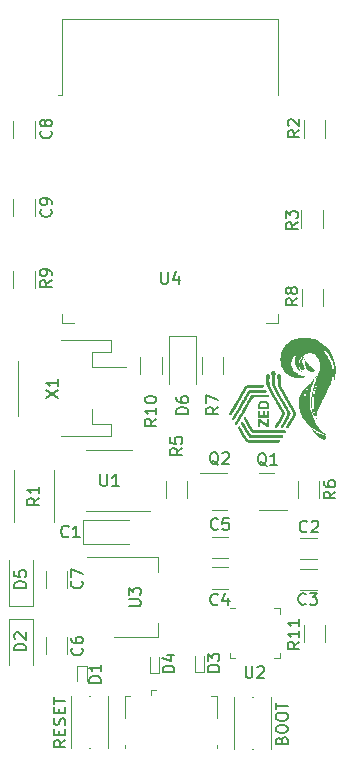
<source format=gbr>
%TF.GenerationSoftware,KiCad,Pcbnew,(6.0.1-0)*%
%TF.CreationDate,2022-11-21T00:33:54+01:00*%
%TF.ProjectId,flowmeter,666c6f77-6d65-4746-9572-2e6b69636164,rev?*%
%TF.SameCoordinates,Original*%
%TF.FileFunction,Legend,Top*%
%TF.FilePolarity,Positive*%
%FSLAX46Y46*%
G04 Gerber Fmt 4.6, Leading zero omitted, Abs format (unit mm)*
G04 Created by KiCad (PCBNEW (6.0.1-0)) date 2022-11-21 00:33:54*
%MOMM*%
%LPD*%
G01*
G04 APERTURE LIST*
%ADD10C,0.150000*%
%ADD11C,0.120000*%
G04 APERTURE END LIST*
D10*
X160258571Y-126407142D02*
X160306190Y-126264285D01*
X160353809Y-126216666D01*
X160449047Y-126169047D01*
X160591904Y-126169047D01*
X160687142Y-126216666D01*
X160734761Y-126264285D01*
X160782380Y-126359523D01*
X160782380Y-126740476D01*
X159782380Y-126740476D01*
X159782380Y-126407142D01*
X159830000Y-126311904D01*
X159877619Y-126264285D01*
X159972857Y-126216666D01*
X160068095Y-126216666D01*
X160163333Y-126264285D01*
X160210952Y-126311904D01*
X160258571Y-126407142D01*
X160258571Y-126740476D01*
X159782380Y-125550000D02*
X159782380Y-125359523D01*
X159830000Y-125264285D01*
X159925238Y-125169047D01*
X160115714Y-125121428D01*
X160449047Y-125121428D01*
X160639523Y-125169047D01*
X160734761Y-125264285D01*
X160782380Y-125359523D01*
X160782380Y-125550000D01*
X160734761Y-125645238D01*
X160639523Y-125740476D01*
X160449047Y-125788095D01*
X160115714Y-125788095D01*
X159925238Y-125740476D01*
X159830000Y-125645238D01*
X159782380Y-125550000D01*
X159782380Y-124502380D02*
X159782380Y-124311904D01*
X159830000Y-124216666D01*
X159925238Y-124121428D01*
X160115714Y-124073809D01*
X160449047Y-124073809D01*
X160639523Y-124121428D01*
X160734761Y-124216666D01*
X160782380Y-124311904D01*
X160782380Y-124502380D01*
X160734761Y-124597619D01*
X160639523Y-124692857D01*
X160449047Y-124740476D01*
X160115714Y-124740476D01*
X159925238Y-124692857D01*
X159830000Y-124597619D01*
X159782380Y-124502380D01*
X159782380Y-123788095D02*
X159782380Y-123216666D01*
X160782380Y-123502380D02*
X159782380Y-123502380D01*
X141962380Y-126392380D02*
X141486190Y-126725714D01*
X141962380Y-126963809D02*
X140962380Y-126963809D01*
X140962380Y-126582857D01*
X141010000Y-126487619D01*
X141057619Y-126440000D01*
X141152857Y-126392380D01*
X141295714Y-126392380D01*
X141390952Y-126440000D01*
X141438571Y-126487619D01*
X141486190Y-126582857D01*
X141486190Y-126963809D01*
X141438571Y-125963809D02*
X141438571Y-125630476D01*
X141962380Y-125487619D02*
X141962380Y-125963809D01*
X140962380Y-125963809D01*
X140962380Y-125487619D01*
X141914761Y-125106666D02*
X141962380Y-124963809D01*
X141962380Y-124725714D01*
X141914761Y-124630476D01*
X141867142Y-124582857D01*
X141771904Y-124535238D01*
X141676666Y-124535238D01*
X141581428Y-124582857D01*
X141533809Y-124630476D01*
X141486190Y-124725714D01*
X141438571Y-124916190D01*
X141390952Y-125011428D01*
X141343333Y-125059047D01*
X141248095Y-125106666D01*
X141152857Y-125106666D01*
X141057619Y-125059047D01*
X141010000Y-125011428D01*
X140962380Y-124916190D01*
X140962380Y-124678095D01*
X141010000Y-124535238D01*
X141438571Y-124106666D02*
X141438571Y-123773333D01*
X141962380Y-123630476D02*
X141962380Y-124106666D01*
X140962380Y-124106666D01*
X140962380Y-123630476D01*
X140962380Y-123344761D02*
X140962380Y-122773333D01*
X141962380Y-123059047D02*
X140962380Y-123059047D01*
%TO.C,U2*%
X157218095Y-120132380D02*
X157218095Y-120941904D01*
X157265714Y-121037142D01*
X157313333Y-121084761D01*
X157408571Y-121132380D01*
X157599047Y-121132380D01*
X157694285Y-121084761D01*
X157741904Y-121037142D01*
X157789523Y-120941904D01*
X157789523Y-120132380D01*
X158218095Y-120227619D02*
X158265714Y-120180000D01*
X158360952Y-120132380D01*
X158599047Y-120132380D01*
X158694285Y-120180000D01*
X158741904Y-120227619D01*
X158789523Y-120322857D01*
X158789523Y-120418095D01*
X158741904Y-120560952D01*
X158170476Y-121132380D01*
X158789523Y-121132380D01*
%TO.C,C5*%
X154863333Y-108507142D02*
X154815714Y-108554761D01*
X154672857Y-108602380D01*
X154577619Y-108602380D01*
X154434761Y-108554761D01*
X154339523Y-108459523D01*
X154291904Y-108364285D01*
X154244285Y-108173809D01*
X154244285Y-108030952D01*
X154291904Y-107840476D01*
X154339523Y-107745238D01*
X154434761Y-107650000D01*
X154577619Y-107602380D01*
X154672857Y-107602380D01*
X154815714Y-107650000D01*
X154863333Y-107697619D01*
X155768095Y-107602380D02*
X155291904Y-107602380D01*
X155244285Y-108078571D01*
X155291904Y-108030952D01*
X155387142Y-107983333D01*
X155625238Y-107983333D01*
X155720476Y-108030952D01*
X155768095Y-108078571D01*
X155815714Y-108173809D01*
X155815714Y-108411904D01*
X155768095Y-108507142D01*
X155720476Y-108554761D01*
X155625238Y-108602380D01*
X155387142Y-108602380D01*
X155291904Y-108554761D01*
X155244285Y-108507142D01*
%TO.C,C2*%
X162413333Y-108717142D02*
X162365714Y-108764761D01*
X162222857Y-108812380D01*
X162127619Y-108812380D01*
X161984761Y-108764761D01*
X161889523Y-108669523D01*
X161841904Y-108574285D01*
X161794285Y-108383809D01*
X161794285Y-108240952D01*
X161841904Y-108050476D01*
X161889523Y-107955238D01*
X161984761Y-107860000D01*
X162127619Y-107812380D01*
X162222857Y-107812380D01*
X162365714Y-107860000D01*
X162413333Y-107907619D01*
X162794285Y-107907619D02*
X162841904Y-107860000D01*
X162937142Y-107812380D01*
X163175238Y-107812380D01*
X163270476Y-107860000D01*
X163318095Y-107907619D01*
X163365714Y-108002857D01*
X163365714Y-108098095D01*
X163318095Y-108240952D01*
X162746666Y-108812380D01*
X163365714Y-108812380D01*
%TO.C,C1*%
X142223333Y-109147142D02*
X142175714Y-109194761D01*
X142032857Y-109242380D01*
X141937619Y-109242380D01*
X141794761Y-109194761D01*
X141699523Y-109099523D01*
X141651904Y-109004285D01*
X141604285Y-108813809D01*
X141604285Y-108670952D01*
X141651904Y-108480476D01*
X141699523Y-108385238D01*
X141794761Y-108290000D01*
X141937619Y-108242380D01*
X142032857Y-108242380D01*
X142175714Y-108290000D01*
X142223333Y-108337619D01*
X143175714Y-109242380D02*
X142604285Y-109242380D01*
X142890000Y-109242380D02*
X142890000Y-108242380D01*
X142794761Y-108385238D01*
X142699523Y-108480476D01*
X142604285Y-108528095D01*
%TO.C,R2*%
X161772380Y-74776666D02*
X161296190Y-75110000D01*
X161772380Y-75348095D02*
X160772380Y-75348095D01*
X160772380Y-74967142D01*
X160820000Y-74871904D01*
X160867619Y-74824285D01*
X160962857Y-74776666D01*
X161105714Y-74776666D01*
X161200952Y-74824285D01*
X161248571Y-74871904D01*
X161296190Y-74967142D01*
X161296190Y-75348095D01*
X160867619Y-74395714D02*
X160820000Y-74348095D01*
X160772380Y-74252857D01*
X160772380Y-74014761D01*
X160820000Y-73919523D01*
X160867619Y-73871904D01*
X160962857Y-73824285D01*
X161058095Y-73824285D01*
X161200952Y-73871904D01*
X161772380Y-74443333D01*
X161772380Y-73824285D01*
%TO.C,Q1*%
X158984761Y-103187619D02*
X158889523Y-103140000D01*
X158794285Y-103044761D01*
X158651428Y-102901904D01*
X158556190Y-102854285D01*
X158460952Y-102854285D01*
X158508571Y-103092380D02*
X158413333Y-103044761D01*
X158318095Y-102949523D01*
X158270476Y-102759047D01*
X158270476Y-102425714D01*
X158318095Y-102235238D01*
X158413333Y-102140000D01*
X158508571Y-102092380D01*
X158699047Y-102092380D01*
X158794285Y-102140000D01*
X158889523Y-102235238D01*
X158937142Y-102425714D01*
X158937142Y-102759047D01*
X158889523Y-102949523D01*
X158794285Y-103044761D01*
X158699047Y-103092380D01*
X158508571Y-103092380D01*
X159889523Y-103092380D02*
X159318095Y-103092380D01*
X159603809Y-103092380D02*
X159603809Y-102092380D01*
X159508571Y-102235238D01*
X159413333Y-102330476D01*
X159318095Y-102378095D01*
%TO.C,Q2*%
X154914761Y-103097619D02*
X154819523Y-103050000D01*
X154724285Y-102954761D01*
X154581428Y-102811904D01*
X154486190Y-102764285D01*
X154390952Y-102764285D01*
X154438571Y-103002380D02*
X154343333Y-102954761D01*
X154248095Y-102859523D01*
X154200476Y-102669047D01*
X154200476Y-102335714D01*
X154248095Y-102145238D01*
X154343333Y-102050000D01*
X154438571Y-102002380D01*
X154629047Y-102002380D01*
X154724285Y-102050000D01*
X154819523Y-102145238D01*
X154867142Y-102335714D01*
X154867142Y-102669047D01*
X154819523Y-102859523D01*
X154724285Y-102954761D01*
X154629047Y-103002380D01*
X154438571Y-103002380D01*
X155248095Y-102097619D02*
X155295714Y-102050000D01*
X155390952Y-102002380D01*
X155629047Y-102002380D01*
X155724285Y-102050000D01*
X155771904Y-102097619D01*
X155819523Y-102192857D01*
X155819523Y-102288095D01*
X155771904Y-102430952D01*
X155200476Y-103002380D01*
X155819523Y-103002380D01*
%TO.C,R5*%
X151842380Y-101666666D02*
X151366190Y-102000000D01*
X151842380Y-102238095D02*
X150842380Y-102238095D01*
X150842380Y-101857142D01*
X150890000Y-101761904D01*
X150937619Y-101714285D01*
X151032857Y-101666666D01*
X151175714Y-101666666D01*
X151270952Y-101714285D01*
X151318571Y-101761904D01*
X151366190Y-101857142D01*
X151366190Y-102238095D01*
X150842380Y-100761904D02*
X150842380Y-101238095D01*
X151318571Y-101285714D01*
X151270952Y-101238095D01*
X151223333Y-101142857D01*
X151223333Y-100904761D01*
X151270952Y-100809523D01*
X151318571Y-100761904D01*
X151413809Y-100714285D01*
X151651904Y-100714285D01*
X151747142Y-100761904D01*
X151794761Y-100809523D01*
X151842380Y-100904761D01*
X151842380Y-101142857D01*
X151794761Y-101238095D01*
X151747142Y-101285714D01*
%TO.C,R6*%
X164812380Y-105356666D02*
X164336190Y-105690000D01*
X164812380Y-105928095D02*
X163812380Y-105928095D01*
X163812380Y-105547142D01*
X163860000Y-105451904D01*
X163907619Y-105404285D01*
X164002857Y-105356666D01*
X164145714Y-105356666D01*
X164240952Y-105404285D01*
X164288571Y-105451904D01*
X164336190Y-105547142D01*
X164336190Y-105928095D01*
X163812380Y-104499523D02*
X163812380Y-104690000D01*
X163860000Y-104785238D01*
X163907619Y-104832857D01*
X164050476Y-104928095D01*
X164240952Y-104975714D01*
X164621904Y-104975714D01*
X164717142Y-104928095D01*
X164764761Y-104880476D01*
X164812380Y-104785238D01*
X164812380Y-104594761D01*
X164764761Y-104499523D01*
X164717142Y-104451904D01*
X164621904Y-104404285D01*
X164383809Y-104404285D01*
X164288571Y-104451904D01*
X164240952Y-104499523D01*
X164193333Y-104594761D01*
X164193333Y-104785238D01*
X164240952Y-104880476D01*
X164288571Y-104928095D01*
X164383809Y-104975714D01*
%TO.C,D1*%
X144952380Y-121522095D02*
X143952380Y-121522095D01*
X143952380Y-121284000D01*
X144000000Y-121141142D01*
X144095238Y-121045904D01*
X144190476Y-120998285D01*
X144380952Y-120950666D01*
X144523809Y-120950666D01*
X144714285Y-120998285D01*
X144809523Y-121045904D01*
X144904761Y-121141142D01*
X144952380Y-121284000D01*
X144952380Y-121522095D01*
X144952380Y-119998285D02*
X144952380Y-120569714D01*
X144952380Y-120284000D02*
X143952380Y-120284000D01*
X144095238Y-120379238D01*
X144190476Y-120474476D01*
X144238095Y-120569714D01*
%TO.C,R10*%
X149664380Y-99194857D02*
X149188190Y-99528190D01*
X149664380Y-99766285D02*
X148664380Y-99766285D01*
X148664380Y-99385333D01*
X148712000Y-99290095D01*
X148759619Y-99242476D01*
X148854857Y-99194857D01*
X148997714Y-99194857D01*
X149092952Y-99242476D01*
X149140571Y-99290095D01*
X149188190Y-99385333D01*
X149188190Y-99766285D01*
X149664380Y-98242476D02*
X149664380Y-98813904D01*
X149664380Y-98528190D02*
X148664380Y-98528190D01*
X148807238Y-98623428D01*
X148902476Y-98718666D01*
X148950095Y-98813904D01*
X148664380Y-97623428D02*
X148664380Y-97528190D01*
X148712000Y-97432952D01*
X148759619Y-97385333D01*
X148854857Y-97337714D01*
X149045333Y-97290095D01*
X149283428Y-97290095D01*
X149473904Y-97337714D01*
X149569142Y-97385333D01*
X149616761Y-97432952D01*
X149664380Y-97528190D01*
X149664380Y-97623428D01*
X149616761Y-97718666D01*
X149569142Y-97766285D01*
X149473904Y-97813904D01*
X149283428Y-97861523D01*
X149045333Y-97861523D01*
X148854857Y-97813904D01*
X148759619Y-97766285D01*
X148712000Y-97718666D01*
X148664380Y-97623428D01*
%TO.C,C4*%
X154853333Y-114897142D02*
X154805714Y-114944761D01*
X154662857Y-114992380D01*
X154567619Y-114992380D01*
X154424761Y-114944761D01*
X154329523Y-114849523D01*
X154281904Y-114754285D01*
X154234285Y-114563809D01*
X154234285Y-114420952D01*
X154281904Y-114230476D01*
X154329523Y-114135238D01*
X154424761Y-114040000D01*
X154567619Y-113992380D01*
X154662857Y-113992380D01*
X154805714Y-114040000D01*
X154853333Y-114087619D01*
X155710476Y-114325714D02*
X155710476Y-114992380D01*
X155472380Y-113944761D02*
X155234285Y-114659047D01*
X155853333Y-114659047D01*
%TO.C,R3*%
X161612380Y-82566666D02*
X161136190Y-82900000D01*
X161612380Y-83138095D02*
X160612380Y-83138095D01*
X160612380Y-82757142D01*
X160660000Y-82661904D01*
X160707619Y-82614285D01*
X160802857Y-82566666D01*
X160945714Y-82566666D01*
X161040952Y-82614285D01*
X161088571Y-82661904D01*
X161136190Y-82757142D01*
X161136190Y-83138095D01*
X160612380Y-82233333D02*
X160612380Y-81614285D01*
X160993333Y-81947619D01*
X160993333Y-81804761D01*
X161040952Y-81709523D01*
X161088571Y-81661904D01*
X161183809Y-81614285D01*
X161421904Y-81614285D01*
X161517142Y-81661904D01*
X161564761Y-81709523D01*
X161612380Y-81804761D01*
X161612380Y-82090476D01*
X161564761Y-82185714D01*
X161517142Y-82233333D01*
%TO.C,R8*%
X161594380Y-89006666D02*
X161118190Y-89340000D01*
X161594380Y-89578095D02*
X160594380Y-89578095D01*
X160594380Y-89197142D01*
X160642000Y-89101904D01*
X160689619Y-89054285D01*
X160784857Y-89006666D01*
X160927714Y-89006666D01*
X161022952Y-89054285D01*
X161070571Y-89101904D01*
X161118190Y-89197142D01*
X161118190Y-89578095D01*
X161022952Y-88435238D02*
X160975333Y-88530476D01*
X160927714Y-88578095D01*
X160832476Y-88625714D01*
X160784857Y-88625714D01*
X160689619Y-88578095D01*
X160642000Y-88530476D01*
X160594380Y-88435238D01*
X160594380Y-88244761D01*
X160642000Y-88149523D01*
X160689619Y-88101904D01*
X160784857Y-88054285D01*
X160832476Y-88054285D01*
X160927714Y-88101904D01*
X160975333Y-88149523D01*
X161022952Y-88244761D01*
X161022952Y-88435238D01*
X161070571Y-88530476D01*
X161118190Y-88578095D01*
X161213428Y-88625714D01*
X161403904Y-88625714D01*
X161499142Y-88578095D01*
X161546761Y-88530476D01*
X161594380Y-88435238D01*
X161594380Y-88244761D01*
X161546761Y-88149523D01*
X161499142Y-88101904D01*
X161403904Y-88054285D01*
X161213428Y-88054285D01*
X161118190Y-88101904D01*
X161070571Y-88149523D01*
X161022952Y-88244761D01*
%TO.C,C6*%
X143337142Y-118596666D02*
X143384761Y-118644285D01*
X143432380Y-118787142D01*
X143432380Y-118882380D01*
X143384761Y-119025238D01*
X143289523Y-119120476D01*
X143194285Y-119168095D01*
X143003809Y-119215714D01*
X142860952Y-119215714D01*
X142670476Y-119168095D01*
X142575238Y-119120476D01*
X142480000Y-119025238D01*
X142432380Y-118882380D01*
X142432380Y-118787142D01*
X142480000Y-118644285D01*
X142527619Y-118596666D01*
X142432380Y-117739523D02*
X142432380Y-117930000D01*
X142480000Y-118025238D01*
X142527619Y-118072857D01*
X142670476Y-118168095D01*
X142860952Y-118215714D01*
X143241904Y-118215714D01*
X143337142Y-118168095D01*
X143384761Y-118120476D01*
X143432380Y-118025238D01*
X143432380Y-117834761D01*
X143384761Y-117739523D01*
X143337142Y-117691904D01*
X143241904Y-117644285D01*
X143003809Y-117644285D01*
X142908571Y-117691904D01*
X142860952Y-117739523D01*
X142813333Y-117834761D01*
X142813333Y-118025238D01*
X142860952Y-118120476D01*
X142908571Y-118168095D01*
X143003809Y-118215714D01*
%TO.C,U4*%
X150058095Y-86762380D02*
X150058095Y-87571904D01*
X150105714Y-87667142D01*
X150153333Y-87714761D01*
X150248571Y-87762380D01*
X150439047Y-87762380D01*
X150534285Y-87714761D01*
X150581904Y-87667142D01*
X150629523Y-87571904D01*
X150629523Y-86762380D01*
X151534285Y-87095714D02*
X151534285Y-87762380D01*
X151296190Y-86714761D02*
X151058095Y-87429047D01*
X151677142Y-87429047D01*
%TO.C,D4*%
X151192380Y-120658095D02*
X150192380Y-120658095D01*
X150192380Y-120420000D01*
X150240000Y-120277142D01*
X150335238Y-120181904D01*
X150430476Y-120134285D01*
X150620952Y-120086666D01*
X150763809Y-120086666D01*
X150954285Y-120134285D01*
X151049523Y-120181904D01*
X151144761Y-120277142D01*
X151192380Y-120420000D01*
X151192380Y-120658095D01*
X150525714Y-119229523D02*
X151192380Y-119229523D01*
X150144761Y-119467619D02*
X150859047Y-119705714D01*
X150859047Y-119086666D01*
%TO.C,C7*%
X143327142Y-112926666D02*
X143374761Y-112974285D01*
X143422380Y-113117142D01*
X143422380Y-113212380D01*
X143374761Y-113355238D01*
X143279523Y-113450476D01*
X143184285Y-113498095D01*
X142993809Y-113545714D01*
X142850952Y-113545714D01*
X142660476Y-113498095D01*
X142565238Y-113450476D01*
X142470000Y-113355238D01*
X142422380Y-113212380D01*
X142422380Y-113117142D01*
X142470000Y-112974285D01*
X142517619Y-112926666D01*
X142422380Y-112593333D02*
X142422380Y-111926666D01*
X143422380Y-112355238D01*
%TO.C,R1*%
X139738880Y-105896666D02*
X139262690Y-106230000D01*
X139738880Y-106468095D02*
X138738880Y-106468095D01*
X138738880Y-106087142D01*
X138786500Y-105991904D01*
X138834119Y-105944285D01*
X138929357Y-105896666D01*
X139072214Y-105896666D01*
X139167452Y-105944285D01*
X139215071Y-105991904D01*
X139262690Y-106087142D01*
X139262690Y-106468095D01*
X139738880Y-104944285D02*
X139738880Y-105515714D01*
X139738880Y-105230000D02*
X138738880Y-105230000D01*
X138881738Y-105325238D01*
X138976976Y-105420476D01*
X139024595Y-105515714D01*
%TO.C,D6*%
X152352380Y-98782095D02*
X151352380Y-98782095D01*
X151352380Y-98544000D01*
X151400000Y-98401142D01*
X151495238Y-98305904D01*
X151590476Y-98258285D01*
X151780952Y-98210666D01*
X151923809Y-98210666D01*
X152114285Y-98258285D01*
X152209523Y-98305904D01*
X152304761Y-98401142D01*
X152352380Y-98544000D01*
X152352380Y-98782095D01*
X151352380Y-97353523D02*
X151352380Y-97544000D01*
X151400000Y-97639238D01*
X151447619Y-97686857D01*
X151590476Y-97782095D01*
X151780952Y-97829714D01*
X152161904Y-97829714D01*
X152257142Y-97782095D01*
X152304761Y-97734476D01*
X152352380Y-97639238D01*
X152352380Y-97448761D01*
X152304761Y-97353523D01*
X152257142Y-97305904D01*
X152161904Y-97258285D01*
X151923809Y-97258285D01*
X151828571Y-97305904D01*
X151780952Y-97353523D01*
X151733333Y-97448761D01*
X151733333Y-97639238D01*
X151780952Y-97734476D01*
X151828571Y-97782095D01*
X151923809Y-97829714D01*
%TO.C,R9*%
X140782380Y-87476666D02*
X140306190Y-87810000D01*
X140782380Y-88048095D02*
X139782380Y-88048095D01*
X139782380Y-87667142D01*
X139830000Y-87571904D01*
X139877619Y-87524285D01*
X139972857Y-87476666D01*
X140115714Y-87476666D01*
X140210952Y-87524285D01*
X140258571Y-87571904D01*
X140306190Y-87667142D01*
X140306190Y-88048095D01*
X140782380Y-87000476D02*
X140782380Y-86810000D01*
X140734761Y-86714761D01*
X140687142Y-86667142D01*
X140544285Y-86571904D01*
X140353809Y-86524285D01*
X139972857Y-86524285D01*
X139877619Y-86571904D01*
X139830000Y-86619523D01*
X139782380Y-86714761D01*
X139782380Y-86905238D01*
X139830000Y-87000476D01*
X139877619Y-87048095D01*
X139972857Y-87095714D01*
X140210952Y-87095714D01*
X140306190Y-87048095D01*
X140353809Y-87000476D01*
X140401428Y-86905238D01*
X140401428Y-86714761D01*
X140353809Y-86619523D01*
X140306190Y-86571904D01*
X140210952Y-86524285D01*
%TO.C,D2*%
X138628380Y-118802095D02*
X137628380Y-118802095D01*
X137628380Y-118564000D01*
X137676000Y-118421142D01*
X137771238Y-118325904D01*
X137866476Y-118278285D01*
X138056952Y-118230666D01*
X138199809Y-118230666D01*
X138390285Y-118278285D01*
X138485523Y-118325904D01*
X138580761Y-118421142D01*
X138628380Y-118564000D01*
X138628380Y-118802095D01*
X137723619Y-117849714D02*
X137676000Y-117802095D01*
X137628380Y-117706857D01*
X137628380Y-117468761D01*
X137676000Y-117373523D01*
X137723619Y-117325904D01*
X137818857Y-117278285D01*
X137914095Y-117278285D01*
X138056952Y-117325904D01*
X138628380Y-117897333D01*
X138628380Y-117278285D01*
%TO.C,D3*%
X155002380Y-120598095D02*
X154002380Y-120598095D01*
X154002380Y-120360000D01*
X154050000Y-120217142D01*
X154145238Y-120121904D01*
X154240476Y-120074285D01*
X154430952Y-120026666D01*
X154573809Y-120026666D01*
X154764285Y-120074285D01*
X154859523Y-120121904D01*
X154954761Y-120217142D01*
X155002380Y-120360000D01*
X155002380Y-120598095D01*
X154002380Y-119693333D02*
X154002380Y-119074285D01*
X154383333Y-119407619D01*
X154383333Y-119264761D01*
X154430952Y-119169523D01*
X154478571Y-119121904D01*
X154573809Y-119074285D01*
X154811904Y-119074285D01*
X154907142Y-119121904D01*
X154954761Y-119169523D01*
X155002380Y-119264761D01*
X155002380Y-119550476D01*
X154954761Y-119645714D01*
X154907142Y-119693333D01*
%TO.C,X1*%
X140348880Y-97409523D02*
X141348880Y-96742857D01*
X140348880Y-96742857D02*
X141348880Y-97409523D01*
X141348880Y-95838095D02*
X141348880Y-96409523D01*
X141348880Y-96123809D02*
X140348880Y-96123809D01*
X140491738Y-96219047D01*
X140586976Y-96314285D01*
X140634595Y-96409523D01*
%TO.C,C3*%
X162303333Y-114847142D02*
X162255714Y-114894761D01*
X162112857Y-114942380D01*
X162017619Y-114942380D01*
X161874761Y-114894761D01*
X161779523Y-114799523D01*
X161731904Y-114704285D01*
X161684285Y-114513809D01*
X161684285Y-114370952D01*
X161731904Y-114180476D01*
X161779523Y-114085238D01*
X161874761Y-113990000D01*
X162017619Y-113942380D01*
X162112857Y-113942380D01*
X162255714Y-113990000D01*
X162303333Y-114037619D01*
X162636666Y-113942380D02*
X163255714Y-113942380D01*
X162922380Y-114323333D01*
X163065238Y-114323333D01*
X163160476Y-114370952D01*
X163208095Y-114418571D01*
X163255714Y-114513809D01*
X163255714Y-114751904D01*
X163208095Y-114847142D01*
X163160476Y-114894761D01*
X163065238Y-114942380D01*
X162779523Y-114942380D01*
X162684285Y-114894761D01*
X162636666Y-114847142D01*
%TO.C,R7*%
X154900380Y-98210666D02*
X154424190Y-98544000D01*
X154900380Y-98782095D02*
X153900380Y-98782095D01*
X153900380Y-98401142D01*
X153948000Y-98305904D01*
X153995619Y-98258285D01*
X154090857Y-98210666D01*
X154233714Y-98210666D01*
X154328952Y-98258285D01*
X154376571Y-98305904D01*
X154424190Y-98401142D01*
X154424190Y-98782095D01*
X153900380Y-97877333D02*
X153900380Y-97210666D01*
X154900380Y-97639238D01*
%TO.C,R11*%
X161772380Y-118082857D02*
X161296190Y-118416190D01*
X161772380Y-118654285D02*
X160772380Y-118654285D01*
X160772380Y-118273333D01*
X160820000Y-118178095D01*
X160867619Y-118130476D01*
X160962857Y-118082857D01*
X161105714Y-118082857D01*
X161200952Y-118130476D01*
X161248571Y-118178095D01*
X161296190Y-118273333D01*
X161296190Y-118654285D01*
X161772380Y-117130476D02*
X161772380Y-117701904D01*
X161772380Y-117416190D02*
X160772380Y-117416190D01*
X160915238Y-117511428D01*
X161010476Y-117606666D01*
X161058095Y-117701904D01*
X161772380Y-116178095D02*
X161772380Y-116749523D01*
X161772380Y-116463809D02*
X160772380Y-116463809D01*
X160915238Y-116559047D01*
X161010476Y-116654285D01*
X161058095Y-116749523D01*
%TO.C,C9*%
X140727142Y-81466666D02*
X140774761Y-81514285D01*
X140822380Y-81657142D01*
X140822380Y-81752380D01*
X140774761Y-81895238D01*
X140679523Y-81990476D01*
X140584285Y-82038095D01*
X140393809Y-82085714D01*
X140250952Y-82085714D01*
X140060476Y-82038095D01*
X139965238Y-81990476D01*
X139870000Y-81895238D01*
X139822380Y-81752380D01*
X139822380Y-81657142D01*
X139870000Y-81514285D01*
X139917619Y-81466666D01*
X140822380Y-80990476D02*
X140822380Y-80800000D01*
X140774761Y-80704761D01*
X140727142Y-80657142D01*
X140584285Y-80561904D01*
X140393809Y-80514285D01*
X140012857Y-80514285D01*
X139917619Y-80561904D01*
X139870000Y-80609523D01*
X139822380Y-80704761D01*
X139822380Y-80895238D01*
X139870000Y-80990476D01*
X139917619Y-81038095D01*
X140012857Y-81085714D01*
X140250952Y-81085714D01*
X140346190Y-81038095D01*
X140393809Y-80990476D01*
X140441428Y-80895238D01*
X140441428Y-80704761D01*
X140393809Y-80609523D01*
X140346190Y-80561904D01*
X140250952Y-80514285D01*
%TO.C,D5*%
X138628380Y-113514095D02*
X137628380Y-113514095D01*
X137628380Y-113276000D01*
X137676000Y-113133142D01*
X137771238Y-113037904D01*
X137866476Y-112990285D01*
X138056952Y-112942666D01*
X138199809Y-112942666D01*
X138390285Y-112990285D01*
X138485523Y-113037904D01*
X138580761Y-113133142D01*
X138628380Y-113276000D01*
X138628380Y-113514095D01*
X137628380Y-112037904D02*
X137628380Y-112514095D01*
X138104571Y-112561714D01*
X138056952Y-112514095D01*
X138009333Y-112418857D01*
X138009333Y-112180761D01*
X138056952Y-112085523D01*
X138104571Y-112037904D01*
X138199809Y-111990285D01*
X138437904Y-111990285D01*
X138533142Y-112037904D01*
X138580761Y-112085523D01*
X138628380Y-112180761D01*
X138628380Y-112418857D01*
X138580761Y-112514095D01*
X138533142Y-112561714D01*
%TO.C,C8*%
X140727142Y-74806666D02*
X140774761Y-74854285D01*
X140822380Y-74997142D01*
X140822380Y-75092380D01*
X140774761Y-75235238D01*
X140679523Y-75330476D01*
X140584285Y-75378095D01*
X140393809Y-75425714D01*
X140250952Y-75425714D01*
X140060476Y-75378095D01*
X139965238Y-75330476D01*
X139870000Y-75235238D01*
X139822380Y-75092380D01*
X139822380Y-74997142D01*
X139870000Y-74854285D01*
X139917619Y-74806666D01*
X140250952Y-74235238D02*
X140203333Y-74330476D01*
X140155714Y-74378095D01*
X140060476Y-74425714D01*
X140012857Y-74425714D01*
X139917619Y-74378095D01*
X139870000Y-74330476D01*
X139822380Y-74235238D01*
X139822380Y-74044761D01*
X139870000Y-73949523D01*
X139917619Y-73901904D01*
X140012857Y-73854285D01*
X140060476Y-73854285D01*
X140155714Y-73901904D01*
X140203333Y-73949523D01*
X140250952Y-74044761D01*
X140250952Y-74235238D01*
X140298571Y-74330476D01*
X140346190Y-74378095D01*
X140441428Y-74425714D01*
X140631904Y-74425714D01*
X140727142Y-74378095D01*
X140774761Y-74330476D01*
X140822380Y-74235238D01*
X140822380Y-74044761D01*
X140774761Y-73949523D01*
X140727142Y-73901904D01*
X140631904Y-73854285D01*
X140441428Y-73854285D01*
X140346190Y-73901904D01*
X140298571Y-73949523D01*
X140250952Y-74044761D01*
%TO.C,U1*%
X144914595Y-103882380D02*
X144914595Y-104691904D01*
X144962214Y-104787142D01*
X145009833Y-104834761D01*
X145105071Y-104882380D01*
X145295547Y-104882380D01*
X145390785Y-104834761D01*
X145438404Y-104787142D01*
X145486023Y-104691904D01*
X145486023Y-103882380D01*
X146486023Y-104882380D02*
X145914595Y-104882380D01*
X146200309Y-104882380D02*
X146200309Y-103882380D01*
X146105071Y-104025238D01*
X146009833Y-104120476D01*
X145914595Y-104168095D01*
%TO.C,U3*%
X147336380Y-115061904D02*
X148145904Y-115061904D01*
X148241142Y-115014285D01*
X148288761Y-114966666D01*
X148336380Y-114871428D01*
X148336380Y-114680952D01*
X148288761Y-114585714D01*
X148241142Y-114538095D01*
X148145904Y-114490476D01*
X147336380Y-114490476D01*
X147336380Y-114109523D02*
X147336380Y-113490476D01*
X147717333Y-113823809D01*
X147717333Y-113680952D01*
X147764952Y-113585714D01*
X147812571Y-113538095D01*
X147907809Y-113490476D01*
X148145904Y-113490476D01*
X148241142Y-113538095D01*
X148288761Y-113585714D01*
X148336380Y-113680952D01*
X148336380Y-113966666D01*
X148288761Y-114061904D01*
X148241142Y-114109523D01*
%TO.C,G\u002A\u002A\u002A*%
G36*
X163480727Y-94344582D02*
G01*
X163465983Y-94300272D01*
X163449794Y-94256636D01*
X163433376Y-94216414D01*
X163417942Y-94182347D01*
X163404709Y-94157173D01*
X163394893Y-94143633D01*
X163391002Y-94142313D01*
X163386612Y-94141979D01*
X163388470Y-94137910D01*
X163387328Y-94124766D01*
X163375760Y-94101256D01*
X163355155Y-94069186D01*
X163326897Y-94030365D01*
X163292375Y-93986599D01*
X163252974Y-93939696D01*
X163210082Y-93891463D01*
X163165085Y-93843708D01*
X163154258Y-93832651D01*
X163116871Y-93795528D01*
X163086833Y-93768017D01*
X163060186Y-93747085D01*
X163032970Y-93729700D01*
X163001226Y-93712828D01*
X162991722Y-93708141D01*
X162916023Y-93675533D01*
X162843750Y-93654402D01*
X162768366Y-93643259D01*
X162695100Y-93640529D01*
X162630580Y-93642342D01*
X162573543Y-93648233D01*
X162517194Y-93659321D01*
X162454736Y-93676723D01*
X162432633Y-93683716D01*
X162392468Y-93697767D01*
X162352139Y-93713713D01*
X162314560Y-93730170D01*
X162282646Y-93745755D01*
X162259312Y-93759084D01*
X162247471Y-93768772D01*
X162246834Y-93771930D01*
X162245146Y-93776298D01*
X162240282Y-93775160D01*
X162228389Y-93777886D01*
X162205724Y-93789255D01*
X162174943Y-93807562D01*
X162138705Y-93831104D01*
X162099666Y-93858176D01*
X162060485Y-93887073D01*
X162036020Y-93906171D01*
X161987392Y-93948073D01*
X161938192Y-93995755D01*
X161890789Y-94046446D01*
X161847547Y-94097379D01*
X161810833Y-94145782D01*
X161783013Y-94188888D01*
X161767855Y-94220010D01*
X161730305Y-94342515D01*
X161709163Y-94467823D01*
X161704294Y-94596941D01*
X161708388Y-94668648D01*
X161720979Y-94773514D01*
X161739398Y-94864323D01*
X161764659Y-94943305D01*
X161797777Y-95012691D01*
X161839768Y-95074715D01*
X161891646Y-95131606D01*
X161937333Y-95171987D01*
X161950308Y-95184509D01*
X161949907Y-95189390D01*
X161937677Y-95187022D01*
X161915162Y-95177797D01*
X161883907Y-95162106D01*
X161871365Y-95155257D01*
X161820922Y-95122056D01*
X161765694Y-95076881D01*
X161708691Y-95022842D01*
X161652923Y-94963047D01*
X161601399Y-94900605D01*
X161557131Y-94838626D01*
X161542964Y-94816053D01*
X161516510Y-94769064D01*
X161490109Y-94716847D01*
X161465064Y-94662550D01*
X161442675Y-94609323D01*
X161424244Y-94560315D01*
X161411071Y-94518674D01*
X161404458Y-94487551D01*
X161403933Y-94479562D01*
X161400699Y-94470420D01*
X161397583Y-94470694D01*
X161393167Y-94465914D01*
X161390173Y-94449127D01*
X161389812Y-94443587D01*
X161388814Y-94423291D01*
X161387121Y-94390434D01*
X161384964Y-94349418D01*
X161382573Y-94304646D01*
X161382372Y-94300917D01*
X161381177Y-94194796D01*
X161390312Y-94098322D01*
X161410674Y-94007035D01*
X161443156Y-93916474D01*
X161471957Y-93854359D01*
X161523534Y-93763215D01*
X161583076Y-93681506D01*
X161648924Y-93609120D01*
X161739065Y-93530397D01*
X161839562Y-93464345D01*
X161948690Y-93411729D01*
X162064723Y-93373315D01*
X162185939Y-93349867D01*
X162246367Y-93344094D01*
X162261424Y-93342694D01*
X162264277Y-93340703D01*
X162253555Y-93337474D01*
X162227888Y-93332360D01*
X162217407Y-93330424D01*
X162168722Y-93323782D01*
X162124995Y-93323728D01*
X162080749Y-93330944D01*
X162030504Y-93346115D01*
X161999746Y-93357544D01*
X161867428Y-93414460D01*
X161747998Y-93478034D01*
X161638015Y-93550440D01*
X161534033Y-93633851D01*
X161473426Y-93689761D01*
X161370779Y-93799653D01*
X161282207Y-93916841D01*
X161208285Y-94040280D01*
X161149585Y-94168923D01*
X161106683Y-94301724D01*
X161086710Y-94394541D01*
X161075386Y-94508921D01*
X161080793Y-94622040D01*
X161102746Y-94733362D01*
X161141057Y-94842353D01*
X161195542Y-94948477D01*
X161266014Y-95051200D01*
X161348337Y-95145914D01*
X161398484Y-95193256D01*
X161460912Y-95244836D01*
X161532283Y-95298323D01*
X161609264Y-95351383D01*
X161688517Y-95401685D01*
X161766707Y-95446896D01*
X161815260Y-95472388D01*
X161854928Y-95490420D01*
X161905029Y-95510359D01*
X161962662Y-95531313D01*
X162024923Y-95552391D01*
X162088908Y-95572702D01*
X162151717Y-95591356D01*
X162210445Y-95607460D01*
X162262190Y-95620124D01*
X162304048Y-95628458D01*
X162333118Y-95631569D01*
X162333828Y-95631572D01*
X162361259Y-95633006D01*
X162373070Y-95636779D01*
X162370279Y-95642100D01*
X162353910Y-95648175D01*
X162324984Y-95654212D01*
X162300138Y-95657715D01*
X162261309Y-95663339D01*
X162214908Y-95671459D01*
X162169803Y-95680501D01*
X162161700Y-95682286D01*
X162048503Y-95706752D01*
X161949392Y-95726058D01*
X161862398Y-95740458D01*
X161785558Y-95750207D01*
X161716904Y-95755560D01*
X161654471Y-95756770D01*
X161602900Y-95754594D01*
X161561368Y-95751726D01*
X161522916Y-95749301D01*
X161492633Y-95747627D01*
X161478825Y-95747063D01*
X161459695Y-95745256D01*
X161451132Y-95741794D01*
X161451234Y-95740814D01*
X161446318Y-95735802D01*
X161429865Y-95730730D01*
X161427143Y-95730185D01*
X161395915Y-95722595D01*
X161352570Y-95709740D01*
X161300628Y-95692871D01*
X161243609Y-95673243D01*
X161185031Y-95652109D01*
X161128415Y-95630722D01*
X161077280Y-95610337D01*
X161035146Y-95592206D01*
X161020729Y-95585443D01*
X160937029Y-95541024D01*
X160852709Y-95489451D01*
X160771595Y-95433427D01*
X160697509Y-95375661D01*
X160634275Y-95318857D01*
X160612300Y-95296395D01*
X160583848Y-95265365D01*
X160553224Y-95230991D01*
X160522504Y-95195722D01*
X160493764Y-95162008D01*
X160469080Y-95132298D01*
X160450527Y-95109042D01*
X160440181Y-95094689D01*
X160438733Y-95091577D01*
X160434322Y-95082748D01*
X160422742Y-95063974D01*
X160406474Y-95039269D01*
X160406008Y-95038581D01*
X160347848Y-94940839D01*
X160295772Y-94829330D01*
X160250637Y-94706449D01*
X160213297Y-94574586D01*
X160184606Y-94436136D01*
X160179387Y-94404047D01*
X160171658Y-94338879D01*
X160166382Y-94262369D01*
X160163563Y-94179008D01*
X160163202Y-94093290D01*
X160165300Y-94009708D01*
X160169860Y-93932755D01*
X160176883Y-93866923D01*
X160179164Y-93851873D01*
X160204531Y-93724024D01*
X160238142Y-93597577D01*
X160278807Y-93475888D01*
X160325333Y-93362313D01*
X160376531Y-93260210D01*
X160407609Y-93208020D01*
X160422847Y-93182035D01*
X160432939Y-93160754D01*
X160435682Y-93149070D01*
X160435272Y-93142947D01*
X160436587Y-93144647D01*
X160442814Y-93141389D01*
X160456170Y-93127073D01*
X160474066Y-93104550D01*
X160478981Y-93097924D01*
X160507858Y-93061839D01*
X163512133Y-93061839D01*
X163516367Y-93066087D01*
X163520600Y-93061839D01*
X163516367Y-93057592D01*
X163512133Y-93061839D01*
X160507858Y-93061839D01*
X160587114Y-92962801D01*
X160703593Y-92841925D01*
X160829556Y-92734390D01*
X160966141Y-92639289D01*
X161114488Y-92555718D01*
X161226123Y-92503514D01*
X161317876Y-92467768D01*
X161422646Y-92433754D01*
X161536534Y-92402418D01*
X161655642Y-92374705D01*
X161776072Y-92351560D01*
X161893925Y-92333929D01*
X161953047Y-92327239D01*
X162008499Y-92323160D01*
X162076051Y-92320425D01*
X162150925Y-92319033D01*
X162228340Y-92318987D01*
X162303516Y-92320288D01*
X162371675Y-92322938D01*
X162428037Y-92326939D01*
X162429620Y-92327092D01*
X162641398Y-92356244D01*
X162849865Y-92401778D01*
X163053991Y-92463236D01*
X163252745Y-92540166D01*
X163445095Y-92632110D01*
X163630010Y-92738616D01*
X163806460Y-92859227D01*
X163973414Y-92993489D01*
X164006798Y-93023041D01*
X164044125Y-93057863D01*
X164085775Y-93098762D01*
X164129094Y-93142927D01*
X164171431Y-93187548D01*
X164210130Y-93229814D01*
X164242539Y-93266916D01*
X164266004Y-93296043D01*
X164270773Y-93302619D01*
X164283282Y-93314439D01*
X164292954Y-93315518D01*
X164298103Y-93315071D01*
X164295885Y-93319987D01*
X164297232Y-93332312D01*
X164308554Y-93352627D01*
X164318439Y-93365898D01*
X164364396Y-93428842D01*
X164412779Y-93505993D01*
X164462484Y-93594940D01*
X164512410Y-93693272D01*
X164561454Y-93798578D01*
X164608514Y-93908448D01*
X164652488Y-94020470D01*
X164692274Y-94132235D01*
X164726769Y-94241331D01*
X164740018Y-94287979D01*
X164782459Y-94458843D01*
X164813882Y-94622173D01*
X164834928Y-94782760D01*
X164846235Y-94945394D01*
X164848591Y-95100635D01*
X164848019Y-95151750D01*
X164847216Y-95198575D01*
X164846261Y-95237801D01*
X164845231Y-95266118D01*
X164844368Y-95279030D01*
X164842121Y-95298718D01*
X164838602Y-95329926D01*
X164834416Y-95367290D01*
X164832415Y-95385217D01*
X164825510Y-95440259D01*
X164816577Y-95500934D01*
X164806103Y-95564811D01*
X164794579Y-95629456D01*
X164782491Y-95692437D01*
X164770327Y-95751320D01*
X164758577Y-95803674D01*
X164747727Y-95847066D01*
X164738267Y-95879063D01*
X164730683Y-95897231D01*
X164729287Y-95899164D01*
X164727081Y-95894143D01*
X164725976Y-95874188D01*
X164725981Y-95841320D01*
X164727104Y-95797559D01*
X164728677Y-95758997D01*
X164731732Y-95678268D01*
X164733856Y-95590132D01*
X164735079Y-95497234D01*
X164735428Y-95402220D01*
X164734933Y-95307733D01*
X164733622Y-95216420D01*
X164731522Y-95130925D01*
X164728663Y-95053894D01*
X164725072Y-94987971D01*
X164720778Y-94935801D01*
X164719749Y-94926488D01*
X164701339Y-94790030D01*
X164679691Y-94668124D01*
X164654324Y-94558560D01*
X164624759Y-94459126D01*
X164608261Y-94412542D01*
X164596713Y-94381301D01*
X164587160Y-94354753D01*
X164581530Y-94338263D01*
X164581293Y-94337493D01*
X164575369Y-94328053D01*
X164570703Y-94331456D01*
X164566703Y-94331082D01*
X164564840Y-94317377D01*
X164564822Y-94315438D01*
X164560871Y-94297914D01*
X164549822Y-94268557D01*
X164532886Y-94229670D01*
X164511268Y-94183556D01*
X164486180Y-94132518D01*
X164458828Y-94078859D01*
X164430422Y-94024882D01*
X164402170Y-93972889D01*
X164375280Y-93925184D01*
X164350961Y-93884070D01*
X164330422Y-93851848D01*
X164314870Y-93830823D01*
X164306697Y-93823556D01*
X164299702Y-93813829D01*
X164299533Y-93811853D01*
X164294422Y-93800575D01*
X164280027Y-93778084D01*
X164257759Y-93746338D01*
X164229028Y-93707297D01*
X164195242Y-93662921D01*
X164160268Y-93618261D01*
X164130182Y-93582636D01*
X164090176Y-93538601D01*
X164043054Y-93488955D01*
X163991618Y-93436497D01*
X163938674Y-93384028D01*
X163887023Y-93334348D01*
X163839471Y-93290255D01*
X163798821Y-93254551D01*
X163783067Y-93241598D01*
X163745037Y-93212021D01*
X163703784Y-93181183D01*
X163662128Y-93151057D01*
X163622885Y-93123619D01*
X163588875Y-93100842D01*
X163562916Y-93084700D01*
X163548779Y-93077483D01*
X163549542Y-93081455D01*
X163560714Y-93095786D01*
X163580790Y-93118763D01*
X163608264Y-93148672D01*
X163641630Y-93183799D01*
X163647671Y-93190053D01*
X163769241Y-93322424D01*
X163876783Y-93454501D01*
X163972781Y-93589763D01*
X164059716Y-93731690D01*
X164134110Y-93871709D01*
X164155470Y-93913590D01*
X164177381Y-93954742D01*
X164197096Y-93990104D01*
X164210426Y-94012380D01*
X164285227Y-94140495D01*
X164355071Y-94281610D01*
X164418411Y-94432086D01*
X164473697Y-94588278D01*
X164514270Y-94726856D01*
X164556093Y-94909582D01*
X164583209Y-95085520D01*
X164595736Y-95256094D01*
X164593792Y-95422726D01*
X164582472Y-95549528D01*
X164563963Y-95673095D01*
X164538400Y-95799299D01*
X164505334Y-95929408D01*
X164464315Y-96064688D01*
X164414895Y-96206406D01*
X164356623Y-96355831D01*
X164289052Y-96514229D01*
X164211732Y-96682868D01*
X164124213Y-96863015D01*
X164099122Y-96913106D01*
X164071918Y-96967791D01*
X164047760Y-97017703D01*
X164027581Y-97060798D01*
X164012316Y-97095034D01*
X164002901Y-97118370D01*
X164000269Y-97128763D01*
X164000339Y-97128917D01*
X164000792Y-97134130D01*
X163997852Y-97132870D01*
X163991438Y-97138290D01*
X163978840Y-97156449D01*
X163961544Y-97184940D01*
X163941038Y-97221355D01*
X163926694Y-97248127D01*
X163900188Y-97298471D01*
X163868839Y-97357902D01*
X163835768Y-97420511D01*
X163804094Y-97480391D01*
X163789085Y-97508726D01*
X163758172Y-97567809D01*
X163723061Y-97636191D01*
X163685193Y-97710961D01*
X163646010Y-97789206D01*
X163606953Y-97868013D01*
X163569461Y-97944470D01*
X163534977Y-98015663D01*
X163504940Y-98078681D01*
X163480792Y-98130610D01*
X163473791Y-98146087D01*
X163407492Y-98302643D01*
X163349466Y-98457180D01*
X163300384Y-98607511D01*
X163260916Y-98751447D01*
X163231733Y-98886800D01*
X163216474Y-98985557D01*
X163214274Y-99009617D01*
X163214157Y-99033662D01*
X163216602Y-99060147D01*
X163222083Y-99091525D01*
X163231080Y-99130253D01*
X163244067Y-99178783D01*
X163261523Y-99239571D01*
X163274110Y-99282176D01*
X163277808Y-99301860D01*
X163275986Y-99313439D01*
X163275385Y-99313950D01*
X163270018Y-99308026D01*
X163259976Y-99288524D01*
X163246231Y-99257885D01*
X163229752Y-99218551D01*
X163211513Y-99172960D01*
X163192484Y-99123554D01*
X163173636Y-99072773D01*
X163155941Y-99023057D01*
X163140370Y-98976846D01*
X163136835Y-98965853D01*
X163105559Y-98859233D01*
X163075649Y-98741772D01*
X163048373Y-98619349D01*
X163024998Y-98497843D01*
X163006793Y-98383134D01*
X163000353Y-98332977D01*
X162978500Y-98076536D01*
X162973128Y-97820810D01*
X162984272Y-97564730D01*
X163011971Y-97307224D01*
X163042184Y-97120337D01*
X163049512Y-97077574D01*
X163054961Y-97039948D01*
X163058083Y-97011051D01*
X163058427Y-96994476D01*
X163058110Y-96992913D01*
X163056456Y-96984063D01*
X163060927Y-96988552D01*
X163066895Y-96987760D01*
X163073705Y-96970000D01*
X163079256Y-96946077D01*
X163087671Y-96908871D01*
X163100096Y-96859549D01*
X163115410Y-96802186D01*
X163132493Y-96740857D01*
X163150225Y-96679638D01*
X163167485Y-96622603D01*
X163173250Y-96604248D01*
X163235718Y-96423130D01*
X163309201Y-96238918D01*
X163395011Y-96048341D01*
X163402971Y-96031627D01*
X163422546Y-95989996D01*
X163438860Y-95953958D01*
X163450761Y-95926168D01*
X163457096Y-95909283D01*
X163457700Y-95905429D01*
X163450871Y-95909527D01*
X163437362Y-95926834D01*
X163418260Y-95955463D01*
X163394654Y-95993528D01*
X163367632Y-96039142D01*
X163338284Y-96090417D01*
X163307697Y-96145467D01*
X163276961Y-96202405D01*
X163247163Y-96259345D01*
X163219392Y-96314399D01*
X163206476Y-96340903D01*
X163107111Y-96565944D01*
X163024413Y-96793314D01*
X162958188Y-97023811D01*
X162908242Y-97258235D01*
X162874380Y-97497383D01*
X162856407Y-97742054D01*
X162854894Y-97785050D01*
X162855260Y-97994721D01*
X162868435Y-98204977D01*
X162894001Y-98412978D01*
X162931538Y-98615881D01*
X162980624Y-98810842D01*
X163028781Y-98961605D01*
X163046904Y-99014605D01*
X163058465Y-99052062D01*
X163063610Y-99074031D01*
X163062484Y-99080570D01*
X163055233Y-99071735D01*
X163042002Y-99047583D01*
X163022936Y-99008171D01*
X162998182Y-98953555D01*
X162996106Y-98948863D01*
X162923288Y-98763920D01*
X162863711Y-98569550D01*
X162817551Y-98367131D01*
X162784984Y-98158042D01*
X162766186Y-97943664D01*
X162761332Y-97725376D01*
X162770598Y-97504556D01*
X162788918Y-97322074D01*
X162800994Y-97231989D01*
X162813709Y-97148324D01*
X162827838Y-97067066D01*
X162844154Y-96984202D01*
X162863431Y-96895719D01*
X162886444Y-96797604D01*
X162903608Y-96727425D01*
X162925879Y-96639580D01*
X162948525Y-96554833D01*
X162972307Y-96470749D01*
X162997986Y-96384892D01*
X163026325Y-96294828D01*
X163058086Y-96198119D01*
X163094029Y-96092332D01*
X163134918Y-95975030D01*
X163169325Y-95877926D01*
X163179632Y-95849950D01*
X163194743Y-95810223D01*
X163213801Y-95760897D01*
X163235953Y-95704120D01*
X163260342Y-95642042D01*
X163286114Y-95576811D01*
X163312413Y-95510579D01*
X163338385Y-95445494D01*
X163363173Y-95383705D01*
X163385923Y-95327362D01*
X163405780Y-95278614D01*
X163421888Y-95239611D01*
X163433392Y-95212502D01*
X163438822Y-95200592D01*
X163447612Y-95177522D01*
X163458696Y-95138812D01*
X163471797Y-95085617D01*
X163486634Y-95019090D01*
X163502931Y-94940384D01*
X163508987Y-94909875D01*
X163526697Y-94779844D01*
X163529863Y-94647153D01*
X163518669Y-94515468D01*
X163516367Y-94503944D01*
X163493297Y-94388458D01*
X163480727Y-94344582D01*
G37*
G36*
X164138667Y-93614013D02*
G01*
X164134433Y-93618261D01*
X164130200Y-93614013D01*
X164134433Y-93609766D01*
X164138667Y-93614013D01*
G37*
G36*
X162106936Y-99168882D02*
G01*
X162004255Y-98993625D01*
X161916980Y-98811391D01*
X161845102Y-98622165D01*
X161788611Y-98425936D01*
X161747497Y-98222691D01*
X161746187Y-98214506D01*
X161739790Y-98162809D01*
X161734598Y-98098397D01*
X161730719Y-98025509D01*
X161728261Y-97948384D01*
X161727332Y-97871261D01*
X161728041Y-97798378D01*
X161730495Y-97733975D01*
X161733044Y-97699030D01*
X161735417Y-97678863D01*
X162120966Y-97678863D01*
X162127601Y-97878644D01*
X162147280Y-98070721D01*
X162180436Y-98258726D01*
X162200551Y-98345719D01*
X162208266Y-98374738D01*
X162218955Y-98412160D01*
X162231739Y-98455195D01*
X162245738Y-98501053D01*
X162260072Y-98546945D01*
X162273861Y-98590081D01*
X162286226Y-98627672D01*
X162296287Y-98656927D01*
X162303164Y-98675058D01*
X162305851Y-98679636D01*
X162305009Y-98670840D01*
X162300731Y-98648885D01*
X162293716Y-98617087D01*
X162284720Y-98579012D01*
X162246783Y-98392058D01*
X162221419Y-98197081D01*
X162208698Y-97997518D01*
X162208689Y-97796804D01*
X162221464Y-97598376D01*
X162247091Y-97405669D01*
X162259424Y-97338623D01*
X162301291Y-97153004D01*
X162352137Y-96971837D01*
X162410941Y-96798177D01*
X162476683Y-96635075D01*
X162537494Y-96506555D01*
X162553172Y-96474958D01*
X162560370Y-96457547D01*
X162558903Y-96453698D01*
X162548585Y-96462784D01*
X162530452Y-96482787D01*
X162433409Y-96601139D01*
X162352597Y-96716591D01*
X162287672Y-96829722D01*
X162238289Y-96941111D01*
X162213382Y-97016254D01*
X162172784Y-97176233D01*
X162144418Y-97331351D01*
X162127454Y-97487559D01*
X162121062Y-97650808D01*
X162120966Y-97678863D01*
X161735417Y-97678863D01*
X161749612Y-97558244D01*
X161772668Y-97422579D01*
X161801613Y-97294420D01*
X161835849Y-97176153D01*
X161874780Y-97070167D01*
X161909315Y-96995017D01*
X161969672Y-96891523D01*
X162045801Y-96785724D01*
X162136857Y-96678586D01*
X162241996Y-96571077D01*
X162360373Y-96464164D01*
X162407233Y-96425052D01*
X162435038Y-96403597D01*
X162473417Y-96375734D01*
X162518594Y-96344077D01*
X162566795Y-96311240D01*
X162614244Y-96279836D01*
X162650562Y-96256599D01*
X162673320Y-96240979D01*
X162689455Y-96227386D01*
X162694173Y-96221334D01*
X162702099Y-96206279D01*
X162718029Y-96180223D01*
X162740089Y-96145964D01*
X162766400Y-96106298D01*
X162795088Y-96064023D01*
X162824275Y-96021935D01*
X162852085Y-95982832D01*
X162875569Y-95950933D01*
X162914497Y-95900512D01*
X162957668Y-95846682D01*
X163003688Y-95790995D01*
X163051166Y-95735002D01*
X163098708Y-95680256D01*
X163144922Y-95628307D01*
X163188414Y-95580708D01*
X163227793Y-95539010D01*
X163261665Y-95504765D01*
X163288637Y-95479524D01*
X163307318Y-95464840D01*
X163314732Y-95461672D01*
X163313851Y-95468259D01*
X163304781Y-95486366D01*
X163288926Y-95513509D01*
X163267688Y-95547208D01*
X163258316Y-95561488D01*
X163129069Y-95771015D01*
X163014092Y-95988026D01*
X162913949Y-96211189D01*
X162829204Y-96439174D01*
X162760423Y-96670650D01*
X162725767Y-96816622D01*
X162704662Y-96918518D01*
X162687377Y-97010826D01*
X162673571Y-97097011D01*
X162662898Y-97180535D01*
X162655016Y-97264861D01*
X162649581Y-97353451D01*
X162646250Y-97449769D01*
X162644679Y-97557277D01*
X162644440Y-97636388D01*
X162644730Y-97731348D01*
X162645651Y-97812467D01*
X162647424Y-97882886D01*
X162650268Y-97945750D01*
X162654404Y-98004200D01*
X162660050Y-98061381D01*
X162667428Y-98120434D01*
X162676756Y-98184503D01*
X162687526Y-98252274D01*
X162735756Y-98495489D01*
X162800218Y-98734628D01*
X162880508Y-98968771D01*
X162976217Y-99196996D01*
X163086941Y-99418383D01*
X163212273Y-99632011D01*
X163351806Y-99836958D01*
X163434101Y-99945195D01*
X163502499Y-100027836D01*
X163581307Y-100116300D01*
X163666955Y-100206822D01*
X163755874Y-100295637D01*
X163844493Y-100378981D01*
X163850959Y-100384844D01*
X163877086Y-100407773D01*
X163909875Y-100435540D01*
X163945882Y-100465342D01*
X163981665Y-100494376D01*
X164013780Y-100519838D01*
X164038785Y-100538926D01*
X164049839Y-100546748D01*
X164064103Y-100558869D01*
X164070798Y-100569546D01*
X164068343Y-100574812D01*
X164060350Y-100573159D01*
X164048883Y-100568550D01*
X164024948Y-100558970D01*
X163991814Y-100545725D01*
X163952746Y-100530122D01*
X163943933Y-100526604D01*
X163857390Y-100491420D01*
X163770832Y-100454837D01*
X163677185Y-100413857D01*
X163664533Y-100408233D01*
X163635520Y-100394720D01*
X163594801Y-100374939D01*
X163545645Y-100350553D01*
X163491322Y-100323225D01*
X163435101Y-100294618D01*
X163380250Y-100266394D01*
X163330041Y-100240218D01*
X163287740Y-100217752D01*
X163257917Y-100201393D01*
X163047113Y-100074617D01*
X162851786Y-99940954D01*
X162671924Y-99800391D01*
X162507517Y-99652916D01*
X162358557Y-99498514D01*
X162305851Y-99434828D01*
X162225033Y-99337174D01*
X162106936Y-99168882D01*
G37*
G36*
X162803433Y-99952582D02*
G01*
X162818205Y-99966261D01*
X162836171Y-99986062D01*
X162900954Y-100056388D01*
X162977099Y-100129279D01*
X163060268Y-100200934D01*
X163146122Y-100267552D01*
X163203100Y-100307550D01*
X163299948Y-100367022D01*
X163406574Y-100422973D01*
X163518449Y-100473463D01*
X163631041Y-100516550D01*
X163739820Y-100550296D01*
X163808320Y-100566716D01*
X163868926Y-100581206D01*
X163916501Y-100597519D01*
X163954947Y-100617392D01*
X163988166Y-100642560D01*
X163996905Y-100650641D01*
X164027865Y-100689480D01*
X164049177Y-100735101D01*
X164059800Y-100783140D01*
X164058697Y-100829235D01*
X164047637Y-100863878D01*
X164018514Y-100902683D01*
X163975209Y-100933201D01*
X163918672Y-100954767D01*
X163916844Y-100955253D01*
X163894187Y-100960925D01*
X163874966Y-100964210D01*
X163856566Y-100964395D01*
X163836375Y-100960766D01*
X163811780Y-100952610D01*
X163780168Y-100939212D01*
X163738925Y-100919860D01*
X163685439Y-100893840D01*
X163677233Y-100889824D01*
X163525436Y-100807031D01*
X163385254Y-100712707D01*
X163255897Y-100606132D01*
X163136577Y-100486584D01*
X163026503Y-100353344D01*
X162924887Y-100205691D01*
X162920671Y-100198969D01*
X162902162Y-100167891D01*
X162881594Y-100130993D01*
X162860409Y-100091172D01*
X162840053Y-100051322D01*
X162821970Y-100014339D01*
X162807604Y-99983119D01*
X162798400Y-99960557D01*
X162795801Y-99949549D01*
X162796035Y-99949107D01*
X162803433Y-99952582D01*
G37*
G36*
X163952400Y-93410134D02*
G01*
X163948167Y-93414381D01*
X163943933Y-93410134D01*
X163948167Y-93405886D01*
X163952400Y-93410134D01*
G37*
G36*
X163664533Y-93163779D02*
G01*
X163660300Y-93168027D01*
X163656067Y-93163779D01*
X163660300Y-93159532D01*
X163664533Y-93163779D01*
G37*
G36*
X163613733Y-93129799D02*
G01*
X163609500Y-93134047D01*
X163605267Y-93129799D01*
X163609500Y-93125552D01*
X163613733Y-93129799D01*
G37*
G36*
X163300467Y-96221973D02*
G01*
X163296233Y-96226221D01*
X163292000Y-96221973D01*
X163296233Y-96217726D01*
X163300467Y-96221973D01*
G37*
G36*
X163300467Y-96196488D02*
G01*
X163296233Y-96200736D01*
X163292000Y-96196488D01*
X163296233Y-96192241D01*
X163300467Y-96196488D01*
G37*
G36*
X163139600Y-95618829D02*
G01*
X163135367Y-95623077D01*
X163131133Y-95618829D01*
X163135367Y-95614582D01*
X163139600Y-95618829D01*
G37*
G36*
X162179460Y-94113218D02*
G01*
X162192002Y-94127271D01*
X162212653Y-94155194D01*
X162241777Y-94197295D01*
X162242353Y-94198142D01*
X162268321Y-94235758D01*
X162297487Y-94276965D01*
X162327950Y-94319193D01*
X162357809Y-94359872D01*
X162385163Y-94396430D01*
X162408112Y-94426298D01*
X162424755Y-94446904D01*
X162432279Y-94455017D01*
X162445227Y-94469796D01*
X162450181Y-94477464D01*
X162463261Y-94495915D01*
X162485421Y-94522069D01*
X162514502Y-94553812D01*
X162548343Y-94589029D01*
X162584783Y-94625606D01*
X162621663Y-94661428D01*
X162656821Y-94694380D01*
X162688097Y-94722348D01*
X162713331Y-94743216D01*
X162730362Y-94754871D01*
X162735346Y-94756589D01*
X162745977Y-94761858D01*
X162761071Y-94774120D01*
X162775628Y-94785290D01*
X162801187Y-94802514D01*
X162834066Y-94823388D01*
X162868381Y-94844204D01*
X162941897Y-94892811D01*
X162998578Y-94941515D01*
X163038527Y-94990463D01*
X163061843Y-95039804D01*
X163068626Y-95089684D01*
X163062132Y-95130368D01*
X163041881Y-95172224D01*
X163009025Y-95204090D01*
X162964997Y-95225478D01*
X162911230Y-95235898D01*
X162849155Y-95234863D01*
X162787795Y-95223841D01*
X162753495Y-95214828D01*
X162725264Y-95206568D01*
X162707302Y-95200327D01*
X162703567Y-95198424D01*
X162689242Y-95190950D01*
X162674916Y-95185691D01*
X162632891Y-95167226D01*
X162585055Y-95137095D01*
X162534613Y-95098013D01*
X162484771Y-95052695D01*
X162438735Y-95003855D01*
X162399709Y-94954209D01*
X162397045Y-94950369D01*
X162353974Y-94882898D01*
X162319188Y-94816809D01*
X162291712Y-94748918D01*
X162270571Y-94676039D01*
X162254788Y-94594989D01*
X162243389Y-94502581D01*
X162237501Y-94429532D01*
X162230342Y-94352371D01*
X162219814Y-94279745D01*
X162206608Y-94215438D01*
X162191411Y-94163233D01*
X162186854Y-94151204D01*
X162177249Y-94125491D01*
X162174663Y-94112727D01*
X162179460Y-94113218D01*
G37*
G36*
X162733200Y-95219565D02*
G01*
X162728967Y-95223813D01*
X162724733Y-95219565D01*
X162728967Y-95215318D01*
X162733200Y-95219565D01*
G37*
G36*
X162183889Y-93895760D02*
G01*
X162172555Y-93910841D01*
X162153927Y-93932498D01*
X162146013Y-93941192D01*
X162086981Y-94015369D01*
X162042577Y-94093574D01*
X162013727Y-94174010D01*
X162005672Y-94212910D01*
X162003006Y-94236283D01*
X162003249Y-94259290D01*
X162006947Y-94286348D01*
X162014647Y-94321875D01*
X162023516Y-94357278D01*
X162057580Y-94478728D01*
X162094916Y-94589967D01*
X162137948Y-94697750D01*
X162174940Y-94779380D01*
X162196886Y-94830417D01*
X162209210Y-94872267D01*
X162212722Y-94909125D01*
X162208235Y-94945186D01*
X162207569Y-94948101D01*
X162190697Y-94988435D01*
X162161944Y-95026142D01*
X162126080Y-95055503D01*
X162111499Y-95063319D01*
X162061807Y-95077666D01*
X162013091Y-95075378D01*
X161965919Y-95056805D01*
X161920859Y-95022297D01*
X161878480Y-94972205D01*
X161839351Y-94906878D01*
X161831356Y-94890748D01*
X161799147Y-94816379D01*
X161777455Y-94747226D01*
X161764820Y-94676845D01*
X161759782Y-94598793D01*
X161759533Y-94573677D01*
X161767478Y-94459184D01*
X161790945Y-94349600D01*
X161829387Y-94246226D01*
X161882255Y-94150367D01*
X161949000Y-94063325D01*
X161993697Y-94017541D01*
X162019000Y-93995815D01*
X162050660Y-93971555D01*
X162085320Y-93946989D01*
X162119623Y-93924343D01*
X162150213Y-93905846D01*
X162173733Y-93893726D01*
X162185718Y-93890100D01*
X162183889Y-93895760D01*
G37*
D11*
%TO.C,U2*%
X160098000Y-119458000D02*
X160098000Y-118983000D01*
X160098000Y-115238000D02*
X160098000Y-115713000D01*
X155878000Y-119458000D02*
X155878000Y-118983000D01*
X159623000Y-119458000D02*
X160098000Y-119458000D01*
X159623000Y-115238000D02*
X160098000Y-115238000D01*
X156353000Y-119458000D02*
X155878000Y-119458000D01*
X156353000Y-115238000D02*
X155878000Y-115238000D01*
%TO.C,C5*%
X155751252Y-109166000D02*
X154328748Y-109166000D01*
X155751252Y-110986000D02*
X154328748Y-110986000D01*
%TO.C,C2*%
X161848748Y-111094000D02*
X163271252Y-111094000D01*
X161848748Y-109274000D02*
X163271252Y-109274000D01*
%TO.C,C1*%
X143434000Y-107800000D02*
X143434000Y-109800000D01*
X143434000Y-109800000D02*
X147334000Y-109800000D01*
X143434000Y-107800000D02*
X147334000Y-107800000D01*
%TO.C,R2*%
X162158000Y-73922936D02*
X162158000Y-75377064D01*
X163978000Y-73922936D02*
X163978000Y-75377064D01*
%TO.C,SW1*%
X157740000Y-127150000D02*
X157840000Y-127150000D01*
X157740000Y-122750000D02*
X157840000Y-122750000D01*
X159340000Y-127150000D02*
X159340000Y-122750000D01*
X156240000Y-122750000D02*
X156240000Y-127150000D01*
%TO.C,J1*%
X154776000Y-124547500D02*
X154776000Y-122697500D01*
X154776000Y-127097500D02*
X154776000Y-126847500D01*
X146976000Y-127097500D02*
X146976000Y-126847500D01*
X149176000Y-122147500D02*
X149176000Y-122597500D01*
X146976000Y-122697500D02*
X147426000Y-122697500D01*
X149176000Y-122147500D02*
X149626000Y-122147500D01*
X146976000Y-124547500D02*
X146976000Y-122697500D01*
X154776000Y-122697500D02*
X154326000Y-122697500D01*
%TO.C,Q1*%
X159010750Y-103796000D02*
X158360750Y-103796000D01*
X159010750Y-106916000D02*
X158360750Y-106916000D01*
X159010750Y-103796000D02*
X159660750Y-103796000D01*
X159010750Y-106916000D02*
X160685750Y-106916000D01*
%TO.C,Q2*%
X155010750Y-106878500D02*
X154360750Y-106878500D01*
X155010750Y-106878500D02*
X155660750Y-106878500D01*
X155010750Y-103758500D02*
X155660750Y-103758500D01*
X155010750Y-103758500D02*
X153335750Y-103758500D01*
%TO.C,R5*%
X150474000Y-104428936D02*
X150474000Y-105883064D01*
X152294000Y-104428936D02*
X152294000Y-105883064D01*
%TO.C,R6*%
X161650000Y-105883064D02*
X161650000Y-104428936D01*
X163470000Y-105883064D02*
X163470000Y-104428936D01*
%TO.C,D1*%
X142980000Y-121404000D02*
X142980000Y-120104000D01*
X143780000Y-121404000D02*
X143780000Y-120104000D01*
X143780000Y-120104000D02*
X142980000Y-120104000D01*
%TO.C,R10*%
X150122000Y-93952936D02*
X150122000Y-95407064D01*
X148302000Y-93952936D02*
X148302000Y-95407064D01*
%TO.C,C4*%
X155751252Y-111766000D02*
X154328748Y-111766000D01*
X155751252Y-113586000D02*
X154328748Y-113586000D01*
%TO.C,R3*%
X163740000Y-83007064D02*
X163740000Y-81552936D01*
X161920000Y-83007064D02*
X161920000Y-81552936D01*
%TO.C,R8*%
X163790000Y-88162936D02*
X163790000Y-89617064D01*
X161970000Y-88162936D02*
X161970000Y-89617064D01*
%TO.C,C6*%
X142134000Y-117652748D02*
X142134000Y-119075252D01*
X140314000Y-117652748D02*
X140314000Y-119075252D01*
%TO.C,U4*%
X141680000Y-91080000D02*
X142680000Y-91080000D01*
X141680000Y-65335000D02*
X159920000Y-65335000D01*
X159920000Y-91080000D02*
X158920000Y-91080000D01*
X159920000Y-65335000D02*
X159920000Y-71755000D01*
X141680000Y-65335000D02*
X141680000Y-71755000D01*
X159920000Y-90300000D02*
X159920000Y-91080000D01*
X141680000Y-71755000D02*
X141300000Y-71755000D01*
X141680000Y-90300000D02*
X141680000Y-91080000D01*
%TO.C,D4*%
X149920000Y-119397500D02*
X149920000Y-120697500D01*
X149120000Y-119397500D02*
X149120000Y-120697500D01*
X149120000Y-120697500D02*
X149920000Y-120697500D01*
%TO.C,C7*%
X142134000Y-113487252D02*
X142134000Y-112064748D01*
X140314000Y-113487252D02*
X140314000Y-112064748D01*
%TO.C,R1*%
X140996500Y-103552936D02*
X140996500Y-107907064D01*
X137576500Y-103552936D02*
X137576500Y-107907064D01*
%TO.C,D6*%
X153035000Y-92216000D02*
X150765000Y-92216000D01*
X153035000Y-96276000D02*
X153035000Y-92216000D01*
X150765000Y-92216000D02*
X150765000Y-96276000D01*
%TO.C,R9*%
X137535750Y-86648936D02*
X137535750Y-88103064D01*
X139355750Y-86648936D02*
X139355750Y-88103064D01*
%TO.C,D2*%
X139176000Y-116114000D02*
X137176000Y-116114000D01*
X139176000Y-116114000D02*
X139176000Y-120014000D01*
X137176000Y-116114000D02*
X137176000Y-120014000D01*
%TO.C,D3*%
X152890000Y-120617500D02*
X153690000Y-120617500D01*
X153690000Y-119317500D02*
X153690000Y-120617500D01*
X152890000Y-119317500D02*
X152890000Y-120617500D01*
%TO.C,X1*%
X145794000Y-92540000D02*
X145794000Y-93560000D01*
X144194000Y-99640000D02*
X144194000Y-98360000D01*
X144194000Y-94840000D02*
X147084000Y-94840000D01*
X145794000Y-93560000D02*
X144194000Y-93560000D01*
X137974000Y-94260000D02*
X137974000Y-98940000D01*
X145794000Y-100660000D02*
X145794000Y-99640000D01*
X141544000Y-92540000D02*
X145794000Y-92540000D01*
X141544000Y-100660000D02*
X145794000Y-100660000D01*
X144194000Y-93560000D02*
X144194000Y-94840000D01*
X145794000Y-99640000D02*
X144194000Y-99640000D01*
%TO.C,C3*%
X163271252Y-111874000D02*
X161848748Y-111874000D01*
X163271252Y-113694000D02*
X161848748Y-113694000D01*
%TO.C,R7*%
X153522000Y-93948936D02*
X153522000Y-95403064D01*
X155342000Y-93948936D02*
X155342000Y-95403064D01*
%TO.C,SW2*%
X143930000Y-127100000D02*
X144030000Y-127100000D01*
X142430000Y-122700000D02*
X142430000Y-127100000D01*
X145530000Y-127100000D02*
X145530000Y-122700000D01*
X143930000Y-122700000D02*
X144030000Y-122700000D01*
%TO.C,R11*%
X163978000Y-118075064D02*
X163978000Y-116620936D01*
X162158000Y-118075064D02*
X162158000Y-116620936D01*
%TO.C,C9*%
X139355750Y-80568748D02*
X139355750Y-81991252D01*
X137535750Y-80568748D02*
X137535750Y-81991252D01*
%TO.C,D5*%
X139176000Y-115026000D02*
X139176000Y-111126000D01*
X137176000Y-115026000D02*
X137176000Y-111126000D01*
X137176000Y-115026000D02*
X139176000Y-115026000D01*
%TO.C,C8*%
X139355750Y-75387252D02*
X139355750Y-73964748D01*
X137535750Y-75387252D02*
X137535750Y-73964748D01*
%TO.C,U1*%
X145676500Y-101870000D02*
X147626500Y-101870000D01*
X145676500Y-106990000D02*
X143726500Y-106990000D01*
X145676500Y-101870000D02*
X143726500Y-101870000D01*
X145676500Y-106990000D02*
X149126500Y-106990000D01*
%TO.C,U3*%
X149794000Y-110890000D02*
X149794000Y-112150000D01*
X143784000Y-110890000D02*
X149794000Y-110890000D01*
X149794000Y-117710000D02*
X149794000Y-116450000D01*
X146034000Y-117710000D02*
X149794000Y-117710000D01*
%TO.C,G\u002A\u002A\u002A*%
G36*
X158713625Y-96353478D02*
G01*
X158737996Y-96369899D01*
X158756655Y-96391940D01*
X158768869Y-96418373D01*
X158773901Y-96447967D01*
X158773978Y-96454391D01*
X158772786Y-96469985D01*
X158770149Y-96484277D01*
X158768686Y-96488981D01*
X158758366Y-96510061D01*
X158745299Y-96528486D01*
X158733295Y-96540016D01*
X158729645Y-96542832D01*
X158726439Y-96545381D01*
X158723261Y-96547678D01*
X158719693Y-96549737D01*
X158715319Y-96551573D01*
X158709723Y-96553200D01*
X158702488Y-96554633D01*
X158693197Y-96555887D01*
X158681434Y-96556976D01*
X158666782Y-96557914D01*
X158648824Y-96558717D01*
X158627145Y-96559398D01*
X158601326Y-96559973D01*
X158570952Y-96560455D01*
X158535606Y-96560861D01*
X158494872Y-96561203D01*
X158448332Y-96561497D01*
X158395570Y-96561757D01*
X158336170Y-96561998D01*
X158269714Y-96562235D01*
X158195787Y-96562481D01*
X158113972Y-96562752D01*
X158080033Y-96562867D01*
X157459850Y-96564983D01*
X157425983Y-96576934D01*
X157384357Y-96594965D01*
X157347044Y-96617844D01*
X157315432Y-96644603D01*
X157295381Y-96667881D01*
X157292061Y-96673135D01*
X157284633Y-96685401D01*
X157273270Y-96704387D01*
X157258144Y-96729802D01*
X157239426Y-96761352D01*
X157217290Y-96798746D01*
X157191908Y-96841690D01*
X157163451Y-96889893D01*
X157132091Y-96943062D01*
X157098003Y-97000905D01*
X157061356Y-97063130D01*
X157022325Y-97129443D01*
X156981080Y-97199553D01*
X156937795Y-97273168D01*
X156892641Y-97349994D01*
X156845791Y-97429740D01*
X156797417Y-97512113D01*
X156747691Y-97596820D01*
X156696786Y-97683571D01*
X156651425Y-97760900D01*
X156599661Y-97849130D01*
X156548932Y-97935536D01*
X156499412Y-98019828D01*
X156451270Y-98101714D01*
X156404680Y-98180905D01*
X156359812Y-98257111D01*
X156316839Y-98330040D01*
X156275931Y-98399404D01*
X156237261Y-98464911D01*
X156201000Y-98526271D01*
X156167320Y-98583194D01*
X156136392Y-98635390D01*
X156108389Y-98682568D01*
X156083481Y-98724439D01*
X156061841Y-98760711D01*
X156043639Y-98791094D01*
X156029048Y-98815299D01*
X156018240Y-98833035D01*
X156011385Y-98844011D01*
X156008754Y-98847854D01*
X155988481Y-98864515D01*
X155965424Y-98874457D01*
X155937815Y-98878377D01*
X155931039Y-98878500D01*
X155899665Y-98874772D01*
X155872456Y-98864074D01*
X155850136Y-98847140D01*
X155833433Y-98824702D01*
X155823072Y-98797490D01*
X155819779Y-98766317D01*
X155820991Y-98750682D01*
X155823692Y-98736206D01*
X155825047Y-98731804D01*
X155827564Y-98727123D01*
X155834202Y-98715422D01*
X155844796Y-98696983D01*
X155859183Y-98672087D01*
X155877198Y-98641017D01*
X155898676Y-98604054D01*
X155923453Y-98561480D01*
X155951363Y-98513576D01*
X155982244Y-98460625D01*
X156015929Y-98402909D01*
X156052255Y-98340708D01*
X156091057Y-98274305D01*
X156132170Y-98203982D01*
X156175430Y-98130021D01*
X156220673Y-98052702D01*
X156267733Y-97972309D01*
X156316447Y-97889122D01*
X156366650Y-97803424D01*
X156418177Y-97715496D01*
X156470863Y-97625620D01*
X156494650Y-97585053D01*
X156558195Y-97476696D01*
X156617606Y-97375402D01*
X156673030Y-97280928D01*
X156724612Y-97193030D01*
X156772495Y-97111466D01*
X156816826Y-97035991D01*
X156857749Y-96966363D01*
X156895410Y-96902337D01*
X156929953Y-96843671D01*
X156961524Y-96790122D01*
X156990268Y-96741446D01*
X157016329Y-96697399D01*
X157039853Y-96657739D01*
X157060985Y-96622222D01*
X157079869Y-96590604D01*
X157096652Y-96562643D01*
X157111477Y-96538094D01*
X157124490Y-96516716D01*
X157135837Y-96498263D01*
X157145661Y-96482494D01*
X157154109Y-96469164D01*
X157161325Y-96458030D01*
X157167454Y-96448850D01*
X157172641Y-96441379D01*
X157177032Y-96435374D01*
X157180771Y-96430592D01*
X157184004Y-96426789D01*
X157186875Y-96423723D01*
X157186949Y-96423649D01*
X157217903Y-96396208D01*
X157251720Y-96374287D01*
X157291059Y-96356168D01*
X157291611Y-96355953D01*
X157320150Y-96344850D01*
X158005779Y-96343729D01*
X158691407Y-96342608D01*
X158713625Y-96353478D01*
G37*
G36*
X156939333Y-99425103D02*
G01*
X156965606Y-99436440D01*
X156987226Y-99453657D01*
X156991502Y-99458881D01*
X156998081Y-99468232D01*
X157007116Y-99481962D01*
X157018757Y-99500325D01*
X157033159Y-99523573D01*
X157050472Y-99551960D01*
X157070849Y-99585738D01*
X157094442Y-99625159D01*
X157121402Y-99670477D01*
X157151883Y-99721946D01*
X157186036Y-99779816D01*
X157224012Y-99844342D01*
X157265965Y-99915776D01*
X157296867Y-99968468D01*
X157338129Y-100038849D01*
X157375354Y-100102305D01*
X157408775Y-100159221D01*
X157438628Y-100209980D01*
X157465146Y-100254967D01*
X157488564Y-100294567D01*
X157509116Y-100329165D01*
X157527036Y-100359145D01*
X157542560Y-100384892D01*
X157555920Y-100406789D01*
X157567352Y-100425223D01*
X157577090Y-100440577D01*
X157585368Y-100453236D01*
X157592421Y-100463584D01*
X157598482Y-100472006D01*
X157603787Y-100478887D01*
X157608570Y-100484611D01*
X157613064Y-100489562D01*
X157616701Y-100493318D01*
X157648222Y-100520309D01*
X157684876Y-100543654D01*
X157723501Y-100561394D01*
X157730783Y-100563963D01*
X157733663Y-100564527D01*
X157739009Y-100565058D01*
X157747082Y-100565559D01*
X157758140Y-100566030D01*
X157772442Y-100566474D01*
X157790249Y-100566892D01*
X157811818Y-100567285D01*
X157837410Y-100567656D01*
X157867284Y-100568005D01*
X157901698Y-100568335D01*
X157940913Y-100568647D01*
X157985187Y-100568942D01*
X158034779Y-100569222D01*
X158089950Y-100569488D01*
X158150957Y-100569743D01*
X158218061Y-100569987D01*
X158291520Y-100570223D01*
X158371595Y-100570451D01*
X158458543Y-100570674D01*
X158552625Y-100570893D01*
X158654099Y-100571110D01*
X158763225Y-100571325D01*
X158880262Y-100571542D01*
X159005470Y-100571760D01*
X159024067Y-100571792D01*
X160300417Y-100573950D01*
X160319514Y-100582790D01*
X160343362Y-100597995D01*
X160362755Y-100618623D01*
X160376855Y-100643016D01*
X160384824Y-100669515D01*
X160385824Y-100696463D01*
X160383494Y-100709417D01*
X160372047Y-100738303D01*
X160354428Y-100762356D01*
X160331546Y-100780557D01*
X160311869Y-100789620D01*
X160309420Y-100790250D01*
X160305705Y-100790838D01*
X160300451Y-100791387D01*
X160293383Y-100791898D01*
X160284225Y-100792372D01*
X160272702Y-100792810D01*
X160258540Y-100793214D01*
X160241463Y-100793585D01*
X160221197Y-100793925D01*
X160197467Y-100794235D01*
X160169998Y-100794516D01*
X160138514Y-100794769D01*
X160102742Y-100794997D01*
X160062406Y-100795200D01*
X160017230Y-100795379D01*
X159966941Y-100795536D01*
X159911264Y-100795673D01*
X159849922Y-100795790D01*
X159782642Y-100795890D01*
X159709148Y-100795972D01*
X159629166Y-100796040D01*
X159542421Y-100796094D01*
X159448637Y-100796135D01*
X159347540Y-100796164D01*
X159238855Y-100796184D01*
X159122307Y-100796196D01*
X158997621Y-100796200D01*
X158972290Y-100796200D01*
X158846075Y-100796197D01*
X158728049Y-100796188D01*
X158617931Y-100796171D01*
X158515444Y-100796144D01*
X158420309Y-100796107D01*
X158332246Y-100796057D01*
X158250977Y-100795994D01*
X158176224Y-100795916D01*
X158107707Y-100795822D01*
X158045147Y-100795710D01*
X157988267Y-100795579D01*
X157936787Y-100795427D01*
X157890428Y-100795253D01*
X157848912Y-100795057D01*
X157811959Y-100794835D01*
X157779292Y-100794587D01*
X157750631Y-100794312D01*
X157725697Y-100794008D01*
X157704213Y-100793674D01*
X157685898Y-100793308D01*
X157670474Y-100792909D01*
X157657663Y-100792476D01*
X157647185Y-100792007D01*
X157638763Y-100791500D01*
X157632116Y-100790955D01*
X157626967Y-100790370D01*
X157623036Y-100789743D01*
X157621552Y-100789439D01*
X157581630Y-100777104D01*
X157543288Y-100758673D01*
X157508426Y-100735322D01*
X157478946Y-100708227D01*
X157466826Y-100693654D01*
X157462817Y-100687527D01*
X157454845Y-100674622D01*
X157443200Y-100655434D01*
X157428175Y-100630460D01*
X157410062Y-100600194D01*
X157389153Y-100565132D01*
X157365738Y-100525769D01*
X157340111Y-100482602D01*
X157312563Y-100436126D01*
X157283386Y-100386835D01*
X157252872Y-100335226D01*
X157221312Y-100281794D01*
X157188998Y-100227036D01*
X157156223Y-100171445D01*
X157123279Y-100115518D01*
X157090456Y-100059750D01*
X157058047Y-100004638D01*
X157026343Y-99950675D01*
X156995638Y-99898359D01*
X156966221Y-99848183D01*
X156938386Y-99800645D01*
X156912424Y-99756239D01*
X156888628Y-99715461D01*
X156867287Y-99678807D01*
X156848696Y-99646772D01*
X156833145Y-99619851D01*
X156820927Y-99598540D01*
X156812332Y-99583335D01*
X156807654Y-99574731D01*
X156806968Y-99573305D01*
X156803360Y-99560289D01*
X156801026Y-99543418D01*
X156800536Y-99532550D01*
X156804174Y-99501429D01*
X156814994Y-99474657D01*
X156832852Y-99452490D01*
X156853629Y-99437362D01*
X156882158Y-99425419D01*
X156911121Y-99421381D01*
X156939333Y-99425103D01*
G37*
G36*
X159127296Y-95436062D02*
G01*
X159156334Y-95440729D01*
X159168449Y-95444339D01*
X159204852Y-95461541D01*
X159235919Y-95484500D01*
X159261393Y-95512232D01*
X159281019Y-95543751D01*
X159294541Y-95578071D01*
X159301702Y-95614207D01*
X159302248Y-95651174D01*
X159295921Y-95687985D01*
X159282465Y-95723656D01*
X159261626Y-95757200D01*
X159252582Y-95768208D01*
X159235437Y-95787686D01*
X159237850Y-96332150D01*
X159248839Y-96361783D01*
X159251801Y-96367850D01*
X159258776Y-96380988D01*
X159269598Y-96400907D01*
X159284104Y-96427312D01*
X159302129Y-96459913D01*
X159323509Y-96498415D01*
X159348081Y-96542526D01*
X159375679Y-96591953D01*
X159406141Y-96646404D01*
X159439301Y-96705586D01*
X159474996Y-96769207D01*
X159513062Y-96836973D01*
X159553334Y-96908592D01*
X159595649Y-96983772D01*
X159639841Y-97062219D01*
X159685748Y-97143641D01*
X159733205Y-97227745D01*
X159782048Y-97314239D01*
X159832112Y-97402830D01*
X159883234Y-97493225D01*
X159889774Y-97504783D01*
X159940865Y-97595095D01*
X159990918Y-97683599D01*
X160039772Y-97770006D01*
X160087261Y-97854026D01*
X160133221Y-97935367D01*
X160177491Y-98013741D01*
X160219905Y-98088856D01*
X160260300Y-98160423D01*
X160298514Y-98228152D01*
X160334381Y-98291752D01*
X160367738Y-98350933D01*
X160398423Y-98405405D01*
X160426271Y-98454877D01*
X160451118Y-98499061D01*
X160472802Y-98537664D01*
X160491157Y-98570398D01*
X160506022Y-98596972D01*
X160517232Y-98617096D01*
X160524624Y-98630479D01*
X160528034Y-98636832D01*
X160528200Y-98637178D01*
X160534692Y-98653564D01*
X160540764Y-98671740D01*
X160542385Y-98677395D01*
X160545538Y-98693368D01*
X160548101Y-98714215D01*
X160549876Y-98737002D01*
X160550663Y-98758798D01*
X160550265Y-98776667D01*
X160549553Y-98783250D01*
X160544484Y-98807932D01*
X160537411Y-98833241D01*
X160529397Y-98855636D01*
X160524893Y-98865584D01*
X160519743Y-98875218D01*
X160510797Y-98891332D01*
X160498349Y-98913421D01*
X160482690Y-98940983D01*
X160464113Y-98973514D01*
X160442911Y-99010510D01*
X160419376Y-99051468D01*
X160393800Y-99095883D01*
X160366477Y-99143252D01*
X160337698Y-99193071D01*
X160307756Y-99244838D01*
X160276944Y-99298047D01*
X160245554Y-99352195D01*
X160213879Y-99406779D01*
X160182211Y-99461295D01*
X160150842Y-99515239D01*
X160120066Y-99568108D01*
X160090174Y-99619398D01*
X160061460Y-99668604D01*
X160034215Y-99715225D01*
X160008732Y-99758755D01*
X159985304Y-99798691D01*
X159964223Y-99834529D01*
X159945781Y-99865767D01*
X159930272Y-99891899D01*
X159917988Y-99912423D01*
X159909220Y-99926834D01*
X159904263Y-99934630D01*
X159903377Y-99935821D01*
X159881100Y-99953382D01*
X159855391Y-99964292D01*
X159827888Y-99968557D01*
X159800232Y-99966182D01*
X159774061Y-99957173D01*
X159751014Y-99941534D01*
X159744727Y-99935304D01*
X159727347Y-99911970D01*
X159717521Y-99887085D01*
X159714607Y-99858772D01*
X159715038Y-99848560D01*
X159717115Y-99819526D01*
X159989397Y-99347955D01*
X160023256Y-99289271D01*
X160056080Y-99232300D01*
X160087605Y-99177504D01*
X160117564Y-99125347D01*
X160145694Y-99076294D01*
X160171728Y-99030809D01*
X160195403Y-98989356D01*
X160216454Y-98952398D01*
X160234614Y-98920400D01*
X160249620Y-98893826D01*
X160261206Y-98873140D01*
X160269108Y-98858805D01*
X160273059Y-98851287D01*
X160273231Y-98850919D01*
X160285134Y-98818506D01*
X160291797Y-98784309D01*
X160293612Y-98745977D01*
X160293197Y-98731638D01*
X160290762Y-98702274D01*
X160286011Y-98677661D01*
X160280659Y-98660483D01*
X160277611Y-98654113D01*
X160270512Y-98640604D01*
X160259490Y-98620182D01*
X160244670Y-98593072D01*
X160226178Y-98559499D01*
X160204141Y-98519691D01*
X160178685Y-98473871D01*
X160149936Y-98422267D01*
X160118020Y-98365103D01*
X160083064Y-98302606D01*
X160045195Y-98235001D01*
X160004537Y-98162513D01*
X159961218Y-98085369D01*
X159915363Y-98003794D01*
X159867100Y-97918014D01*
X159816553Y-97828255D01*
X159763851Y-97734742D01*
X159709118Y-97637700D01*
X159652480Y-97537356D01*
X159640117Y-97515461D01*
X159589074Y-97425060D01*
X159539071Y-97336473D01*
X159490271Y-97249989D01*
X159442837Y-97165900D01*
X159396933Y-97084494D01*
X159352720Y-97006061D01*
X159310363Y-96930891D01*
X159270024Y-96859275D01*
X159231866Y-96791500D01*
X159196053Y-96727858D01*
X159162746Y-96668638D01*
X159132110Y-96614130D01*
X159104306Y-96564623D01*
X159079499Y-96520407D01*
X159057851Y-96481772D01*
X159039526Y-96449009D01*
X159024685Y-96422405D01*
X159013492Y-96402252D01*
X159006111Y-96388839D01*
X159002704Y-96382456D01*
X159002527Y-96382080D01*
X158998393Y-96372022D01*
X158994845Y-96362097D01*
X158991837Y-96351596D01*
X158989325Y-96339813D01*
X158987265Y-96326039D01*
X158985613Y-96309567D01*
X158984324Y-96289689D01*
X158983354Y-96265697D01*
X158982658Y-96236883D01*
X158982193Y-96202539D01*
X158981913Y-96161959D01*
X158981775Y-96114433D01*
X158981734Y-96059255D01*
X158981733Y-96050293D01*
X158981733Y-95799829D01*
X158956807Y-95773183D01*
X158931500Y-95741307D01*
X158914181Y-95707866D01*
X158904449Y-95671742D01*
X158901904Y-95631817D01*
X158902330Y-95621334D01*
X158908755Y-95581101D01*
X158922700Y-95543950D01*
X158943519Y-95510732D01*
X158970565Y-95482296D01*
X159003191Y-95459495D01*
X159036767Y-95444502D01*
X159064248Y-95437953D01*
X159095513Y-95435138D01*
X159127296Y-95436062D01*
G37*
G36*
X160066898Y-95434247D02*
G01*
X160081987Y-95435904D01*
X160094510Y-95438909D01*
X160107417Y-95443950D01*
X160122219Y-95451008D01*
X160157542Y-95472661D01*
X160186582Y-95499814D01*
X160209967Y-95533093D01*
X160216441Y-95545307D01*
X160223159Y-95559131D01*
X160227710Y-95569961D01*
X160230516Y-95580030D01*
X160231999Y-95591574D01*
X160232581Y-95606826D01*
X160232683Y-95628022D01*
X160232683Y-95631307D01*
X160232545Y-95654045D01*
X160231917Y-95670453D01*
X160230479Y-95682667D01*
X160227913Y-95692823D01*
X160223897Y-95703056D01*
X160220990Y-95709417D01*
X160211812Y-95727072D01*
X160200874Y-95745450D01*
X160194279Y-95755286D01*
X160179262Y-95776189D01*
X160181883Y-96319450D01*
X160194583Y-96355433D01*
X160197049Y-96361197D01*
X160201780Y-96370868D01*
X160208874Y-96384623D01*
X160218431Y-96402635D01*
X160230547Y-96425080D01*
X160245319Y-96452132D01*
X160262847Y-96483966D01*
X160283228Y-96520756D01*
X160306560Y-96562678D01*
X160332940Y-96609906D01*
X160362466Y-96662615D01*
X160395237Y-96720979D01*
X160431350Y-96785173D01*
X160470902Y-96855372D01*
X160513993Y-96931751D01*
X160560719Y-97014484D01*
X160611178Y-97103746D01*
X160665469Y-97199712D01*
X160723688Y-97302557D01*
X160785935Y-97412455D01*
X160833454Y-97496317D01*
X160884456Y-97586321D01*
X160934439Y-97674545D01*
X160983237Y-97760695D01*
X161030684Y-97844479D01*
X161076615Y-97925605D01*
X161120866Y-98003779D01*
X161163269Y-98078709D01*
X161203660Y-98150101D01*
X161241874Y-98217665D01*
X161277744Y-98281106D01*
X161311105Y-98340132D01*
X161341793Y-98394451D01*
X161369641Y-98443769D01*
X161394484Y-98487794D01*
X161416156Y-98526233D01*
X161434493Y-98558794D01*
X161449328Y-98585184D01*
X161460496Y-98605109D01*
X161467832Y-98618279D01*
X161471170Y-98624399D01*
X161471258Y-98624572D01*
X161486639Y-98664332D01*
X161495558Y-98708028D01*
X161497717Y-98753790D01*
X161495957Y-98778770D01*
X161492670Y-98798885D01*
X161487627Y-98820269D01*
X161483450Y-98833803D01*
X161479964Y-98841283D01*
X161472527Y-98855501D01*
X161461432Y-98875950D01*
X161446972Y-98902123D01*
X161429438Y-98933515D01*
X161409122Y-98969620D01*
X161386318Y-99009930D01*
X161361318Y-99053940D01*
X161334414Y-99101143D01*
X161305898Y-99151033D01*
X161276064Y-99203104D01*
X161245202Y-99256849D01*
X161213606Y-99311761D01*
X161181569Y-99367335D01*
X161149381Y-99423065D01*
X161117337Y-99478443D01*
X161085728Y-99532964D01*
X161054846Y-99586121D01*
X161024985Y-99637408D01*
X160996436Y-99686319D01*
X160969492Y-99732347D01*
X160944445Y-99774986D01*
X160921588Y-99813729D01*
X160901213Y-99848070D01*
X160883612Y-99877504D01*
X160869078Y-99901523D01*
X160857904Y-99919621D01*
X160850380Y-99931292D01*
X160847101Y-99935753D01*
X160824431Y-99953987D01*
X160798115Y-99964728D01*
X160767692Y-99968161D01*
X160766083Y-99968144D01*
X160735560Y-99963883D01*
X160709154Y-99952554D01*
X160687569Y-99934839D01*
X160671507Y-99911416D01*
X160661669Y-99882966D01*
X160659099Y-99864530D01*
X160658633Y-99845432D01*
X160660831Y-99830592D01*
X160665464Y-99817765D01*
X160668593Y-99811799D01*
X160675701Y-99798960D01*
X160686527Y-99779704D01*
X160700811Y-99754488D01*
X160718292Y-99723767D01*
X160738708Y-99687997D01*
X160761800Y-99647634D01*
X160787306Y-99603134D01*
X160814966Y-99554952D01*
X160844517Y-99503545D01*
X160875701Y-99449369D01*
X160908255Y-99392879D01*
X160941920Y-99334531D01*
X160946062Y-99327357D01*
X160990290Y-99250659D01*
X161031022Y-99179828D01*
X161068181Y-99115001D01*
X161101689Y-99056313D01*
X161131469Y-99003901D01*
X161157445Y-98957902D01*
X161179540Y-98918453D01*
X161197677Y-98885689D01*
X161211778Y-98859748D01*
X161221766Y-98840767D01*
X161227566Y-98828881D01*
X161228781Y-98825905D01*
X161238440Y-98786907D01*
X161241777Y-98744991D01*
X161238905Y-98702572D01*
X161229942Y-98662060D01*
X161219621Y-98635083D01*
X161216749Y-98629703D01*
X161209872Y-98617247D01*
X161199155Y-98598010D01*
X161184763Y-98572284D01*
X161166861Y-98540362D01*
X161145615Y-98502539D01*
X161121190Y-98459106D01*
X161093751Y-98410357D01*
X161063464Y-98356585D01*
X161030493Y-98298083D01*
X160995004Y-98235145D01*
X160957163Y-98168064D01*
X160917134Y-98097132D01*
X160875083Y-98022644D01*
X160831174Y-97944892D01*
X160785575Y-97864169D01*
X160738449Y-97780768D01*
X160689961Y-97694984D01*
X160640278Y-97607108D01*
X160589565Y-97517434D01*
X160589020Y-97516471D01*
X160538288Y-97426770D01*
X160488579Y-97338862D01*
X160440057Y-97253040D01*
X160392888Y-97169597D01*
X160347238Y-97088826D01*
X160303272Y-97011020D01*
X160261157Y-96936474D01*
X160221057Y-96865480D01*
X160183138Y-96798332D01*
X160147565Y-96735323D01*
X160114505Y-96676746D01*
X160084123Y-96622896D01*
X160056585Y-96574064D01*
X160032055Y-96530545D01*
X160010700Y-96492632D01*
X159992686Y-96460618D01*
X159978177Y-96434797D01*
X159967340Y-96415462D01*
X159960340Y-96402906D01*
X159957342Y-96397423D01*
X159957334Y-96397406D01*
X159950643Y-96381999D01*
X159943722Y-96362572D01*
X159938190Y-96343767D01*
X159936482Y-96336660D01*
X159935028Y-96329268D01*
X159933809Y-96320876D01*
X159932803Y-96310772D01*
X159931990Y-96298241D01*
X159931351Y-96282569D01*
X159930864Y-96263044D01*
X159930509Y-96238950D01*
X159930266Y-96209575D01*
X159930114Y-96174205D01*
X159930033Y-96132125D01*
X159930003Y-96082623D01*
X159930000Y-96057021D01*
X159930000Y-95802297D01*
X159918968Y-95796393D01*
X159906339Y-95787129D01*
X159891626Y-95772536D01*
X159876663Y-95754791D01*
X159863284Y-95736072D01*
X159853322Y-95718555D01*
X159853210Y-95718317D01*
X159839927Y-95680581D01*
X159834336Y-95641622D01*
X159836207Y-95602674D01*
X159845311Y-95564972D01*
X159861417Y-95529750D01*
X159884294Y-95498242D01*
X159896584Y-95485745D01*
X159923946Y-95463397D01*
X159951389Y-95447678D01*
X159980833Y-95437915D01*
X160014197Y-95433434D01*
X160046292Y-95433247D01*
X160066898Y-95434247D01*
G37*
G36*
X158568771Y-97161886D02*
G01*
X158649387Y-97161897D01*
X158722325Y-97161921D01*
X158787980Y-97161962D01*
X158846746Y-97162026D01*
X158899018Y-97162115D01*
X158945190Y-97162236D01*
X158985658Y-97162392D01*
X159020814Y-97162587D01*
X159051055Y-97162827D01*
X159076774Y-97163116D01*
X159098366Y-97163459D01*
X159116226Y-97163859D01*
X159130747Y-97164321D01*
X159142325Y-97164850D01*
X159151354Y-97165450D01*
X159158228Y-97166127D01*
X159163342Y-97166883D01*
X159167091Y-97167724D01*
X159169869Y-97168655D01*
X159172070Y-97169679D01*
X159172233Y-97169766D01*
X159194686Y-97185313D01*
X159213868Y-97205405D01*
X159224039Y-97221150D01*
X159230673Y-97240287D01*
X159234053Y-97263479D01*
X159233957Y-97287047D01*
X159230166Y-97307314D01*
X159229332Y-97309666D01*
X159214814Y-97336479D01*
X159193828Y-97357829D01*
X159181615Y-97366047D01*
X159161650Y-97377783D01*
X158552050Y-97380091D01*
X158467856Y-97380415D01*
X158391706Y-97380721D01*
X158323178Y-97381016D01*
X158261849Y-97381307D01*
X158207296Y-97381600D01*
X158159098Y-97381902D01*
X158116831Y-97382219D01*
X158080073Y-97382559D01*
X158048401Y-97382926D01*
X158021394Y-97383329D01*
X157998628Y-97383773D01*
X157979681Y-97384266D01*
X157964131Y-97384813D01*
X157951554Y-97385421D01*
X157941529Y-97386098D01*
X157933632Y-97386848D01*
X157927443Y-97387680D01*
X157922537Y-97388599D01*
X157918492Y-97389613D01*
X157917344Y-97389948D01*
X157875738Y-97405890D01*
X157837192Y-97427372D01*
X157803414Y-97453277D01*
X157776154Y-97482429D01*
X157772613Y-97487888D01*
X157764965Y-97500360D01*
X157753384Y-97519551D01*
X157738044Y-97545169D01*
X157719116Y-97576920D01*
X157696774Y-97614512D01*
X157671191Y-97657651D01*
X157642541Y-97706044D01*
X157610995Y-97759399D01*
X157576727Y-97817421D01*
X157539910Y-97879819D01*
X157500717Y-97946298D01*
X157459321Y-98016567D01*
X157415895Y-98090331D01*
X157370612Y-98167298D01*
X157323646Y-98247175D01*
X157275168Y-98329669D01*
X157225352Y-98414486D01*
X157174372Y-98501334D01*
X157128473Y-98579564D01*
X157076661Y-98667862D01*
X157025884Y-98754336D01*
X156976312Y-98838696D01*
X156928118Y-98920652D01*
X156881473Y-98999915D01*
X156836549Y-99076193D01*
X156793517Y-99149196D01*
X156752549Y-99218635D01*
X156713816Y-99284220D01*
X156677491Y-99345660D01*
X156643744Y-99402666D01*
X156612748Y-99454947D01*
X156584673Y-99502213D01*
X156559692Y-99544174D01*
X156537976Y-99580540D01*
X156519697Y-99611021D01*
X156505026Y-99635327D01*
X156494136Y-99653168D01*
X156487196Y-99664253D01*
X156484471Y-99668215D01*
X156462173Y-99685284D01*
X156436203Y-99695795D01*
X156408316Y-99699686D01*
X156380269Y-99696895D01*
X156353820Y-99687359D01*
X156333501Y-99673551D01*
X156313901Y-99651004D01*
X156301058Y-99624498D01*
X156295519Y-99595688D01*
X156297830Y-99566227D01*
X156297916Y-99565839D01*
X156299717Y-99561453D01*
X156304197Y-99552580D01*
X156311437Y-99539077D01*
X156321524Y-99520799D01*
X156334539Y-99497603D01*
X156350567Y-99469344D01*
X156369691Y-99435879D01*
X156391994Y-99397062D01*
X156417561Y-99352750D01*
X156446475Y-99302799D01*
X156478820Y-99247064D01*
X156514678Y-99185402D01*
X156554135Y-99117668D01*
X156597272Y-99043718D01*
X156644175Y-98963408D01*
X156694926Y-98876594D01*
X156749609Y-98783132D01*
X156808308Y-98682877D01*
X156871107Y-98575686D01*
X156938088Y-98461414D01*
X156970084Y-98406846D01*
X157033697Y-98298372D01*
X157093177Y-98196960D01*
X157148669Y-98102367D01*
X157200317Y-98014350D01*
X157248267Y-97932665D01*
X157292665Y-97857070D01*
X157333655Y-97787320D01*
X157371382Y-97723172D01*
X157405992Y-97664383D01*
X157437630Y-97610709D01*
X157466440Y-97561907D01*
X157492569Y-97517733D01*
X157516161Y-97477945D01*
X157537361Y-97442298D01*
X157556314Y-97410550D01*
X157573166Y-97382456D01*
X157588062Y-97357774D01*
X157601147Y-97336259D01*
X157612566Y-97317669D01*
X157622464Y-97301761D01*
X157630987Y-97288290D01*
X157638279Y-97277014D01*
X157644485Y-97267688D01*
X157649752Y-97260070D01*
X157654223Y-97253916D01*
X157658045Y-97248983D01*
X157661361Y-97245027D01*
X157664319Y-97241805D01*
X157665537Y-97240563D01*
X157696114Y-97213511D01*
X157728450Y-97192469D01*
X157765568Y-97175520D01*
X157771700Y-97173225D01*
X157802750Y-97161883D01*
X158480083Y-97161883D01*
X158568771Y-97161886D01*
G37*
G36*
X158093067Y-96749736D02*
G01*
X158181243Y-96749843D01*
X158272650Y-96750000D01*
X158359183Y-96750168D01*
X158437656Y-96750326D01*
X158508476Y-96750480D01*
X158572051Y-96750637D01*
X158628786Y-96750802D01*
X158679089Y-96750981D01*
X158723366Y-96751182D01*
X158762025Y-96751409D01*
X158795472Y-96751670D01*
X158824114Y-96751969D01*
X158848358Y-96752315D01*
X158868612Y-96752711D01*
X158885281Y-96753166D01*
X158898772Y-96753684D01*
X158909494Y-96754273D01*
X158917851Y-96754937D01*
X158924252Y-96755684D01*
X158929103Y-96756520D01*
X158932811Y-96757450D01*
X158935783Y-96758481D01*
X158938426Y-96759619D01*
X158939448Y-96760090D01*
X158965007Y-96776310D01*
X158984763Y-96797972D01*
X158998066Y-96823804D01*
X159004269Y-96852531D01*
X159002723Y-96882882D01*
X159002517Y-96883979D01*
X158993069Y-96911868D01*
X158976851Y-96935944D01*
X158955051Y-96954879D01*
X158928858Y-96967342D01*
X158927713Y-96967694D01*
X158923755Y-96968525D01*
X158917417Y-96969277D01*
X158908306Y-96969952D01*
X158896030Y-96970555D01*
X158880196Y-96971089D01*
X158860411Y-96971558D01*
X158836284Y-96971966D01*
X158807421Y-96972317D01*
X158773431Y-96972614D01*
X158733920Y-96972860D01*
X158688495Y-96973061D01*
X158636765Y-96973218D01*
X158578337Y-96973337D01*
X158512818Y-96973421D01*
X158439815Y-96973473D01*
X158358937Y-96973497D01*
X158314988Y-96973500D01*
X158232227Y-96973503D01*
X158157498Y-96973515D01*
X158090362Y-96973542D01*
X158030385Y-96973590D01*
X157977131Y-96973665D01*
X157930163Y-96973773D01*
X157889045Y-96973919D01*
X157853341Y-96974110D01*
X157822615Y-96974350D01*
X157796431Y-96974647D01*
X157774353Y-96975005D01*
X157755945Y-96975430D01*
X157740771Y-96975929D01*
X157728395Y-96976507D01*
X157718380Y-96977170D01*
X157710290Y-96977924D01*
X157703690Y-96978774D01*
X157698143Y-96979727D01*
X157693214Y-96980788D01*
X157688913Y-96981848D01*
X157643766Y-96997563D01*
X157602875Y-97020330D01*
X157566912Y-97049678D01*
X157536549Y-97085141D01*
X157532616Y-97090814D01*
X157528888Y-97096818D01*
X157521056Y-97109830D01*
X157509296Y-97129553D01*
X157493780Y-97155691D01*
X157474686Y-97187946D01*
X157452188Y-97226021D01*
X157426460Y-97269619D01*
X157397677Y-97318443D01*
X157366015Y-97372195D01*
X157331648Y-97430578D01*
X157294751Y-97493296D01*
X157255499Y-97560050D01*
X157214067Y-97630544D01*
X157170630Y-97704480D01*
X157125363Y-97781562D01*
X157078440Y-97861492D01*
X157030037Y-97943973D01*
X156980328Y-98028708D01*
X156929489Y-98115400D01*
X156890375Y-98182117D01*
X156838900Y-98269911D01*
X156788473Y-98355884D01*
X156739267Y-98439743D01*
X156691452Y-98521196D01*
X156645202Y-98599952D01*
X156600688Y-98675718D01*
X156558082Y-98748202D01*
X156517556Y-98817112D01*
X156479282Y-98882158D01*
X156443432Y-98943046D01*
X156410177Y-98999484D01*
X156379690Y-99051181D01*
X156352143Y-99097846D01*
X156327707Y-99139185D01*
X156306554Y-99174907D01*
X156288857Y-99204720D01*
X156274788Y-99228332D01*
X156264517Y-99245452D01*
X156258218Y-99255786D01*
X156256166Y-99258957D01*
X156236410Y-99277535D01*
X156212841Y-99289657D01*
X156186911Y-99295499D01*
X156160069Y-99295238D01*
X156133766Y-99289050D01*
X156109453Y-99277112D01*
X156088579Y-99259599D01*
X156072595Y-99236689D01*
X156072564Y-99236630D01*
X156065497Y-99216536D01*
X156061936Y-99192925D01*
X156062171Y-99169506D01*
X156065907Y-99151550D01*
X156068632Y-99146251D01*
X156075457Y-99133999D01*
X156086182Y-99115134D01*
X156100608Y-99089997D01*
X156118535Y-99058929D01*
X156139762Y-99022270D01*
X156164091Y-98980359D01*
X156191321Y-98933539D01*
X156221252Y-98882148D01*
X156253685Y-98826528D01*
X156288420Y-98767018D01*
X156325256Y-98703960D01*
X156363994Y-98637694D01*
X156404434Y-98568560D01*
X156446377Y-98496898D01*
X156489622Y-98423050D01*
X156533970Y-98347354D01*
X156579220Y-98270153D01*
X156625173Y-98191786D01*
X156671629Y-98112593D01*
X156718388Y-98032916D01*
X156765251Y-97953094D01*
X156812017Y-97873468D01*
X156858486Y-97794379D01*
X156904459Y-97716166D01*
X156949736Y-97639171D01*
X156994117Y-97563733D01*
X157037403Y-97490193D01*
X157079392Y-97418892D01*
X157119886Y-97350170D01*
X157158685Y-97284367D01*
X157195588Y-97221823D01*
X157230397Y-97162880D01*
X157262910Y-97107878D01*
X157292929Y-97057156D01*
X157320252Y-97011056D01*
X157344682Y-96969918D01*
X157366017Y-96934082D01*
X157384058Y-96903889D01*
X157398604Y-96879679D01*
X157409457Y-96861792D01*
X157416416Y-96850570D01*
X157419141Y-96846500D01*
X157449378Y-96816520D01*
X157485559Y-96791108D01*
X157525992Y-96771180D01*
X157568981Y-96757651D01*
X157591083Y-96753547D01*
X157598935Y-96752843D01*
X157612172Y-96752213D01*
X157631032Y-96751656D01*
X157655753Y-96751171D01*
X157686573Y-96750757D01*
X157723730Y-96750413D01*
X157767461Y-96750137D01*
X157818005Y-96749927D01*
X157875599Y-96749784D01*
X157940483Y-96749705D01*
X158012892Y-96749689D01*
X158093067Y-96749736D01*
G37*
G36*
X157180146Y-99030534D02*
G01*
X157205783Y-99040523D01*
X157227179Y-99056287D01*
X157229726Y-99058940D01*
X157233203Y-99064025D01*
X157240699Y-99075976D01*
X157251951Y-99094356D01*
X157266698Y-99118724D01*
X157284679Y-99148643D01*
X157305632Y-99183673D01*
X157329295Y-99223375D01*
X157355408Y-99267311D01*
X157383709Y-99315042D01*
X157413936Y-99366128D01*
X157445828Y-99420131D01*
X157479124Y-99476612D01*
X157513562Y-99535132D01*
X157525730Y-99555833D01*
X157560645Y-99615194D01*
X157594603Y-99672816D01*
X157627333Y-99728248D01*
X157658567Y-99781036D01*
X157688035Y-99830729D01*
X157715466Y-99876875D01*
X157740591Y-99919020D01*
X157763141Y-99956715D01*
X157782845Y-99989504D01*
X157799434Y-100016938D01*
X157812639Y-100038563D01*
X157822188Y-100053928D01*
X157827814Y-100062579D01*
X157828724Y-100063833D01*
X157857347Y-100094102D01*
X157892736Y-100120693D01*
X157933696Y-100142808D01*
X157965733Y-100155432D01*
X157968186Y-100156192D01*
X157971096Y-100156903D01*
X157974750Y-100157566D01*
X157979432Y-100158185D01*
X157985429Y-100158760D01*
X157993026Y-100159295D01*
X158002509Y-100159792D01*
X158014162Y-100160252D01*
X158028273Y-100160679D01*
X158045125Y-100161073D01*
X158065006Y-100161438D01*
X158088201Y-100161775D01*
X158114994Y-100162087D01*
X158145673Y-100162376D01*
X158180522Y-100162644D01*
X158219826Y-100162894D01*
X158263873Y-100163126D01*
X158312947Y-100163345D01*
X158367333Y-100163551D01*
X158427318Y-100163747D01*
X158493187Y-100163935D01*
X158565225Y-100164118D01*
X158643718Y-100164298D01*
X158728953Y-100164476D01*
X158821214Y-100164655D01*
X158920786Y-100164837D01*
X159027957Y-100165025D01*
X159143010Y-100165220D01*
X159266232Y-100165424D01*
X159271717Y-100165433D01*
X160554417Y-100167550D01*
X160574382Y-100179286D01*
X160598542Y-100198155D01*
X160616512Y-100222775D01*
X160622019Y-100234317D01*
X160626821Y-100253110D01*
X160628273Y-100275866D01*
X160626440Y-100298799D01*
X160621383Y-100318124D01*
X160620595Y-100319950D01*
X160604301Y-100346582D01*
X160582756Y-100366674D01*
X160567290Y-100375547D01*
X160545950Y-100385484D01*
X159209952Y-100385525D01*
X159083843Y-100385529D01*
X158965918Y-100385529D01*
X158855896Y-100385525D01*
X158753494Y-100385515D01*
X158658432Y-100385497D01*
X158570426Y-100385469D01*
X158489196Y-100385430D01*
X158414458Y-100385378D01*
X158345931Y-100385311D01*
X158283334Y-100385227D01*
X158226383Y-100385126D01*
X158174797Y-100385004D01*
X158128295Y-100384861D01*
X158086594Y-100384695D01*
X158049412Y-100384503D01*
X158016468Y-100384285D01*
X157987478Y-100384038D01*
X157962162Y-100383761D01*
X157940238Y-100383452D01*
X157921423Y-100383110D01*
X157905435Y-100382732D01*
X157891993Y-100382317D01*
X157880815Y-100381864D01*
X157871618Y-100381370D01*
X157864121Y-100380833D01*
X157858041Y-100380253D01*
X157853097Y-100379627D01*
X157849007Y-100378954D01*
X157845489Y-100378232D01*
X157842261Y-100377459D01*
X157841256Y-100377204D01*
X157797663Y-100361860D01*
X157757349Y-100339311D01*
X157721671Y-100310423D01*
X157700785Y-100287641D01*
X157696721Y-100281626D01*
X157688703Y-100268835D01*
X157677025Y-100249766D01*
X157661977Y-100224913D01*
X157643853Y-100194772D01*
X157622943Y-100159840D01*
X157599540Y-100120612D01*
X157573937Y-100077585D01*
X157546424Y-100031253D01*
X157517295Y-99982113D01*
X157486841Y-99930662D01*
X157455354Y-99877394D01*
X157423126Y-99822805D01*
X157390450Y-99767392D01*
X157357617Y-99711650D01*
X157324919Y-99656076D01*
X157292649Y-99601165D01*
X157261098Y-99547413D01*
X157230559Y-99495316D01*
X157201323Y-99445370D01*
X157173683Y-99398070D01*
X157147930Y-99353914D01*
X157124357Y-99313396D01*
X157103255Y-99277012D01*
X157084918Y-99245258D01*
X157069636Y-99218631D01*
X157057701Y-99197626D01*
X157049407Y-99182739D01*
X157045044Y-99174466D01*
X157044506Y-99173243D01*
X157038434Y-99144532D01*
X157040064Y-99115930D01*
X157048813Y-99088922D01*
X157064095Y-99064994D01*
X157085326Y-99045632D01*
X157097630Y-99038308D01*
X157124085Y-99029117D01*
X157152251Y-99026628D01*
X157180146Y-99030534D01*
G37*
G36*
X156688273Y-99833616D02*
G01*
X156715570Y-99843046D01*
X156739380Y-99860153D01*
X156743302Y-99864070D01*
X156747232Y-99869574D01*
X156755174Y-99881945D01*
X156766864Y-99900741D01*
X156782036Y-99925521D01*
X156800427Y-99955845D01*
X156821773Y-99991271D01*
X156845808Y-100031358D01*
X156872270Y-100075665D01*
X156900893Y-100123751D01*
X156931414Y-100175175D01*
X156963568Y-100229495D01*
X156997090Y-100286271D01*
X157031717Y-100345061D01*
X157045530Y-100368552D01*
X157080562Y-100428115D01*
X157114604Y-100485913D01*
X157147390Y-100541497D01*
X157178655Y-100594420D01*
X157208133Y-100644234D01*
X157235557Y-100690494D01*
X157260661Y-100732750D01*
X157283180Y-100770555D01*
X157302848Y-100803462D01*
X157319398Y-100831024D01*
X157332566Y-100852793D01*
X157342084Y-100868322D01*
X157347687Y-100877162D01*
X157348729Y-100878669D01*
X157375464Y-100908181D01*
X157408305Y-100934337D01*
X157445136Y-100955799D01*
X157483841Y-100971229D01*
X157502968Y-100976207D01*
X157506701Y-100976811D01*
X157512192Y-100977375D01*
X157519717Y-100977900D01*
X157529555Y-100978388D01*
X157541981Y-100978840D01*
X157557274Y-100979258D01*
X157575708Y-100979642D01*
X157597563Y-100979994D01*
X157623114Y-100980316D01*
X157652639Y-100980609D01*
X157686414Y-100980873D01*
X157724716Y-100981111D01*
X157767822Y-100981324D01*
X157816010Y-100981513D01*
X157869555Y-100981679D01*
X157928736Y-100981824D01*
X157993828Y-100981949D01*
X158065109Y-100982055D01*
X158142856Y-100982145D01*
X158227345Y-100982218D01*
X158318854Y-100982276D01*
X158417660Y-100982322D01*
X158524039Y-100982355D01*
X158638268Y-100982378D01*
X158760624Y-100982391D01*
X158789407Y-100982393D01*
X158913148Y-100982396D01*
X159028708Y-100982393D01*
X159136370Y-100982389D01*
X159236420Y-100982390D01*
X159329143Y-100982402D01*
X159414822Y-100982430D01*
X159493743Y-100982480D01*
X159566191Y-100982557D01*
X159632450Y-100982667D01*
X159692805Y-100982814D01*
X159747541Y-100983005D01*
X159796942Y-100983246D01*
X159841293Y-100983541D01*
X159880880Y-100983896D01*
X159915986Y-100984317D01*
X159946897Y-100984809D01*
X159973896Y-100985378D01*
X159997270Y-100986029D01*
X160017303Y-100986768D01*
X160034278Y-100987600D01*
X160048482Y-100988531D01*
X160060199Y-100989566D01*
X160069714Y-100990710D01*
X160077311Y-100991970D01*
X160083275Y-100993351D01*
X160087891Y-100994858D01*
X160091443Y-100996497D01*
X160094217Y-100998273D01*
X160096497Y-101000192D01*
X160098568Y-101002259D01*
X160100715Y-101004480D01*
X160103221Y-101006861D01*
X160104356Y-101007831D01*
X160121668Y-101027208D01*
X160134397Y-101051745D01*
X160141714Y-101079015D01*
X160142793Y-101106590D01*
X160141413Y-101116552D01*
X160137605Y-101131164D01*
X160132624Y-101144474D01*
X160131684Y-101146405D01*
X160121654Y-101160512D01*
X160106777Y-101175473D01*
X160089960Y-101188756D01*
X160074109Y-101197831D01*
X160071461Y-101198865D01*
X160068847Y-101199429D01*
X160064134Y-101199957D01*
X160057060Y-101200450D01*
X160047364Y-101200909D01*
X160034786Y-101201335D01*
X160019064Y-101201729D01*
X159999937Y-101202093D01*
X159977145Y-101202428D01*
X159950427Y-101202734D01*
X159919521Y-101203013D01*
X159884168Y-101203266D01*
X159844105Y-101203495D01*
X159799072Y-101203699D01*
X159748808Y-101203881D01*
X159693053Y-101204042D01*
X159631545Y-101204182D01*
X159564023Y-101204303D01*
X159490226Y-101204406D01*
X159409894Y-101204492D01*
X159322766Y-101204562D01*
X159228580Y-101204618D01*
X159127077Y-101204660D01*
X159017994Y-101204689D01*
X158901071Y-101204708D01*
X158776047Y-101204716D01*
X158723500Y-101204717D01*
X158597465Y-101204715D01*
X158479617Y-101204710D01*
X158369673Y-101204699D01*
X158267354Y-101204682D01*
X158172378Y-101204655D01*
X158084465Y-101204619D01*
X158003333Y-101204570D01*
X157928703Y-101204508D01*
X157860294Y-101204431D01*
X157797823Y-101204338D01*
X157741012Y-101204226D01*
X157689578Y-101204095D01*
X157643242Y-101203942D01*
X157601722Y-101203766D01*
X157564738Y-101203565D01*
X157532009Y-101203339D01*
X157503253Y-101203084D01*
X157478191Y-101202801D01*
X157456541Y-101202486D01*
X157438023Y-101202139D01*
X157422356Y-101201757D01*
X157409259Y-101201340D01*
X157398451Y-101200886D01*
X157389652Y-101200392D01*
X157382580Y-101199858D01*
X157376955Y-101199282D01*
X157372497Y-101198663D01*
X157368923Y-101197998D01*
X157365955Y-101197286D01*
X157364938Y-101197006D01*
X157324274Y-101181914D01*
X157285717Y-101160800D01*
X157251377Y-101134994D01*
X157226344Y-101109489D01*
X157221903Y-101103091D01*
X157213535Y-101089927D01*
X157201527Y-101070491D01*
X157186169Y-101045273D01*
X157167749Y-101014766D01*
X157146558Y-100979460D01*
X157122882Y-100939848D01*
X157097012Y-100896420D01*
X157069236Y-100849668D01*
X157039843Y-100800085D01*
X157009122Y-100748161D01*
X156977362Y-100694388D01*
X156944851Y-100639257D01*
X156911880Y-100583260D01*
X156878736Y-100526889D01*
X156845708Y-100470636D01*
X156813086Y-100414991D01*
X156781158Y-100360446D01*
X156750213Y-100307493D01*
X156720540Y-100256623D01*
X156692428Y-100208328D01*
X156666165Y-100163100D01*
X156642042Y-100121430D01*
X156620346Y-100083809D01*
X156601367Y-100050729D01*
X156585393Y-100022682D01*
X156572713Y-100000160D01*
X156563617Y-99983653D01*
X156558392Y-99973653D01*
X156557259Y-99971056D01*
X156552975Y-99943350D01*
X156556407Y-99915083D01*
X156567135Y-99888041D01*
X156581561Y-99867484D01*
X156602698Y-99848962D01*
X156627967Y-99837262D01*
X156657792Y-99831978D01*
X156688273Y-99833616D01*
G37*
G36*
X158748922Y-99451683D02*
G01*
X159047350Y-99656566D01*
X159049547Y-99246800D01*
X159218800Y-99246800D01*
X159218800Y-99894500D01*
X159133075Y-99894428D01*
X159047350Y-99894357D01*
X158751017Y-99679342D01*
X158454683Y-99464328D01*
X158452490Y-99894500D01*
X158270533Y-99894500D01*
X158270533Y-99246800D01*
X158450495Y-99246800D01*
X158748922Y-99451683D01*
G37*
G36*
X159218800Y-99094400D02*
G01*
X158270533Y-99094400D01*
X158270533Y-98531367D01*
X158439867Y-98531367D01*
X158439867Y-98908133D01*
X158655767Y-98908133D01*
X158655767Y-98565233D01*
X158825100Y-98565233D01*
X158825100Y-98908133D01*
X159049467Y-98908133D01*
X159049467Y-98527133D01*
X159218800Y-98527133D01*
X159218800Y-99094400D01*
G37*
G36*
X158272650Y-98385317D02*
G01*
X158268875Y-98357800D01*
X158268008Y-98347336D01*
X158267188Y-98329536D01*
X158266438Y-98305530D01*
X158265784Y-98276450D01*
X158265251Y-98243426D01*
X158264865Y-98207589D01*
X158264649Y-98170068D01*
X158264641Y-98167300D01*
X158264546Y-98125480D01*
X158264547Y-98106892D01*
X158429658Y-98106892D01*
X158429700Y-98119026D01*
X158430001Y-98143157D01*
X158430583Y-98164461D01*
X158431381Y-98181442D01*
X158432328Y-98192602D01*
X158433116Y-98196284D01*
X158436082Y-98197272D01*
X158443936Y-98198133D01*
X158457063Y-98198872D01*
X158475846Y-98199497D01*
X158500671Y-98200013D01*
X158531923Y-98200425D01*
X158569985Y-98200741D01*
X158615244Y-98200965D01*
X158668082Y-98201104D01*
X158728886Y-98201163D01*
X158748964Y-98201167D01*
X159061796Y-98201167D01*
X159063257Y-98170475D01*
X159064612Y-98137962D01*
X159065182Y-98112103D01*
X159064922Y-98091120D01*
X159063790Y-98073232D01*
X159061742Y-98056660D01*
X159060281Y-98047858D01*
X159048683Y-98004025D01*
X159030477Y-97965469D01*
X159005687Y-97932207D01*
X158974340Y-97904254D01*
X158936458Y-97881626D01*
X158892069Y-97864339D01*
X158841196Y-97852410D01*
X158783864Y-97845852D01*
X158740433Y-97844469D01*
X158680764Y-97846997D01*
X158627582Y-97854888D01*
X158580763Y-97868214D01*
X158540185Y-97887046D01*
X158505724Y-97911456D01*
X158477257Y-97941516D01*
X158454662Y-97977297D01*
X158437815Y-98018871D01*
X158437077Y-98021250D01*
X158434041Y-98032784D01*
X158431908Y-98045445D01*
X158430550Y-98060902D01*
X158429842Y-98080828D01*
X158429658Y-98106892D01*
X158264547Y-98106892D01*
X158264548Y-98091131D01*
X158264690Y-98063262D01*
X158265016Y-98040876D01*
X158265571Y-98022981D01*
X158266398Y-98008581D01*
X158267540Y-97996684D01*
X158269043Y-97986294D01*
X158270949Y-97976418D01*
X158273302Y-97966062D01*
X158273563Y-97964963D01*
X158291249Y-97905989D01*
X158314767Y-97853099D01*
X158344164Y-97806251D01*
X158379488Y-97765406D01*
X158420785Y-97730523D01*
X158468103Y-97701561D01*
X158521487Y-97678480D01*
X158580986Y-97661238D01*
X158636259Y-97651165D01*
X158656406Y-97649185D01*
X158682605Y-97647803D01*
X158712631Y-97647021D01*
X158744259Y-97646841D01*
X158775263Y-97647264D01*
X158803418Y-97648292D01*
X158826500Y-97649927D01*
X158835683Y-97651007D01*
X158902048Y-97663853D01*
X158962342Y-97682573D01*
X159016657Y-97707231D01*
X159065083Y-97737893D01*
X159107711Y-97774625D01*
X159144632Y-97817491D01*
X159175936Y-97866558D01*
X159197923Y-97912534D01*
X159211999Y-97953798D01*
X159222862Y-98001898D01*
X159230280Y-98055746D01*
X159231482Y-98068934D01*
X159232952Y-98087259D01*
X159233999Y-98102748D01*
X159234620Y-98117012D01*
X159234814Y-98131663D01*
X159234577Y-98148313D01*
X159233908Y-98168575D01*
X159232804Y-98194060D01*
X159231264Y-98226380D01*
X159231255Y-98226567D01*
X159229859Y-98254400D01*
X159228295Y-98284085D01*
X159226738Y-98312391D01*
X159225361Y-98336087D01*
X159225133Y-98339827D01*
X159222196Y-98387470D01*
X159061796Y-98387106D01*
X158747423Y-98386393D01*
X158272650Y-98385317D01*
G37*
G36*
X159603362Y-95157124D02*
G01*
X159641916Y-95168908D01*
X159677048Y-95188391D01*
X159705633Y-95212553D01*
X159731645Y-95244438D01*
X159750172Y-95279434D01*
X159761166Y-95316610D01*
X159764580Y-95355034D01*
X159760367Y-95393772D01*
X159748479Y-95431892D01*
X159728871Y-95468463D01*
X159719279Y-95481897D01*
X159703517Y-95502417D01*
X159705633Y-95917283D01*
X159707750Y-96332150D01*
X159718713Y-96361783D01*
X159721669Y-96367849D01*
X159728633Y-96380991D01*
X159739439Y-96400916D01*
X159753924Y-96427332D01*
X159771923Y-96459946D01*
X159793275Y-96498465D01*
X159817813Y-96542597D01*
X159845376Y-96592049D01*
X159875798Y-96646529D01*
X159908916Y-96705744D01*
X159944567Y-96769401D01*
X159982587Y-96837208D01*
X160022811Y-96908873D01*
X160065076Y-96984102D01*
X160109219Y-97062603D01*
X160155075Y-97144084D01*
X160202481Y-97228251D01*
X160251273Y-97314812D01*
X160301287Y-97403476D01*
X160352359Y-97493948D01*
X160359674Y-97506900D01*
X160410749Y-97597349D01*
X160460795Y-97686006D01*
X160509648Y-97772581D01*
X160557146Y-97856782D01*
X160603124Y-97938318D01*
X160647418Y-98016898D01*
X160689865Y-98092231D01*
X160730302Y-98164026D01*
X160768564Y-98231993D01*
X160804487Y-98295839D01*
X160837909Y-98355275D01*
X160868665Y-98410009D01*
X160896593Y-98459751D01*
X160921527Y-98504208D01*
X160943305Y-98543091D01*
X160961762Y-98576108D01*
X160976736Y-98602968D01*
X160988062Y-98623380D01*
X160995576Y-98637054D01*
X160999116Y-98643697D01*
X160999311Y-98644108D01*
X161013093Y-98684973D01*
X161020116Y-98729178D01*
X161020182Y-98774705D01*
X161015633Y-98808058D01*
X161010483Y-98828159D01*
X161003227Y-98849664D01*
X160997623Y-98863091D01*
X160993729Y-98870533D01*
X160985963Y-98884624D01*
X160974615Y-98904861D01*
X160959976Y-98930739D01*
X160942339Y-98961754D01*
X160921995Y-98997401D01*
X160899234Y-99037177D01*
X160874350Y-99080577D01*
X160847632Y-99127097D01*
X160819373Y-99176234D01*
X160789863Y-99227481D01*
X160759395Y-99280337D01*
X160728260Y-99334296D01*
X160696749Y-99388854D01*
X160665154Y-99443506D01*
X160633765Y-99497750D01*
X160602876Y-99551080D01*
X160572776Y-99602993D01*
X160543758Y-99652984D01*
X160516112Y-99700549D01*
X160490131Y-99745183D01*
X160466106Y-99786384D01*
X160444328Y-99823645D01*
X160425089Y-99856464D01*
X160408680Y-99884337D01*
X160395392Y-99906757D01*
X160385517Y-99923223D01*
X160379347Y-99933229D01*
X160377323Y-99936194D01*
X160364294Y-99946763D01*
X160346333Y-99956894D01*
X160326873Y-99964850D01*
X160313975Y-99968235D01*
X160285834Y-99969393D01*
X160259307Y-99963155D01*
X160235380Y-99950570D01*
X160215038Y-99932687D01*
X160199269Y-99910554D01*
X160189059Y-99885220D01*
X160185394Y-99857732D01*
X160187967Y-99834306D01*
X160190654Y-99827595D01*
X160197165Y-99814457D01*
X160207548Y-99794809D01*
X160221846Y-99768570D01*
X160240107Y-99735659D01*
X160262376Y-99695994D01*
X160288699Y-99649495D01*
X160319121Y-99596079D01*
X160353689Y-99535666D01*
X160392448Y-99468174D01*
X160435443Y-99393522D01*
X160462011Y-99347482D01*
X160495701Y-99289091D01*
X160528357Y-99232410D01*
X160559712Y-99177907D01*
X160589500Y-99126047D01*
X160617453Y-99077297D01*
X160643306Y-99032125D01*
X160666792Y-98990996D01*
X160687644Y-98954377D01*
X160705596Y-98922736D01*
X160720382Y-98896538D01*
X160731735Y-98876251D01*
X160739388Y-98862341D01*
X160743076Y-98855275D01*
X160743132Y-98855152D01*
X160750470Y-98836432D01*
X160756933Y-98815649D01*
X160759827Y-98803541D01*
X160762991Y-98777230D01*
X160763456Y-98746949D01*
X160761410Y-98715882D01*
X160757041Y-98687212D01*
X160751760Y-98667440D01*
X160748898Y-98661504D01*
X160742011Y-98648474D01*
X160731251Y-98628620D01*
X160716768Y-98602213D01*
X160698716Y-98569522D01*
X160677244Y-98530819D01*
X160652505Y-98486373D01*
X160624650Y-98436456D01*
X160593831Y-98381337D01*
X160560200Y-98321287D01*
X160523907Y-98256577D01*
X160485105Y-98187477D01*
X160443945Y-98114257D01*
X160400578Y-98037188D01*
X160355157Y-97956540D01*
X160307832Y-97872584D01*
X160258756Y-97785590D01*
X160208079Y-97695828D01*
X160155953Y-97603569D01*
X160112413Y-97526557D01*
X160061327Y-97436219D01*
X160011272Y-97347693D01*
X159962413Y-97261269D01*
X159914913Y-97177237D01*
X159868935Y-97095886D01*
X159824644Y-97017507D01*
X159782202Y-96942390D01*
X159741774Y-96870824D01*
X159703524Y-96803100D01*
X159667615Y-96739507D01*
X159634210Y-96680335D01*
X159603474Y-96625875D01*
X159575571Y-96576417D01*
X159550663Y-96532249D01*
X159528915Y-96493663D01*
X159510490Y-96460948D01*
X159495552Y-96434394D01*
X159484266Y-96414291D01*
X159476793Y-96400930D01*
X159473299Y-96394599D01*
X159473115Y-96394249D01*
X159467354Y-96380748D01*
X159461111Y-96362806D01*
X159455714Y-96344251D01*
X159455606Y-96343830D01*
X159454217Y-96338102D01*
X159452994Y-96332089D01*
X159451927Y-96325242D01*
X159451004Y-96317013D01*
X159450216Y-96306855D01*
X159449551Y-96294219D01*
X159449000Y-96278557D01*
X159448551Y-96259321D01*
X159448195Y-96235962D01*
X159447920Y-96207933D01*
X159447717Y-96174685D01*
X159447574Y-96135671D01*
X159447482Y-96090342D01*
X159447429Y-96038150D01*
X159447405Y-95978546D01*
X159447400Y-95916294D01*
X159447400Y-95520843D01*
X159424107Y-95499554D01*
X159407041Y-95481493D01*
X159392480Y-95460097D01*
X159383312Y-95442947D01*
X159374646Y-95424661D01*
X159369217Y-95410198D01*
X159366096Y-95396017D01*
X159364357Y-95378576D01*
X159363753Y-95368239D01*
X159364761Y-95325637D01*
X159372654Y-95287642D01*
X159387670Y-95253621D01*
X159410045Y-95222939D01*
X159422970Y-95209681D01*
X159455035Y-95183948D01*
X159488663Y-95166240D01*
X159524901Y-95156128D01*
X159561700Y-95153167D01*
X159603362Y-95157124D01*
G37*
%TD*%
M02*

</source>
